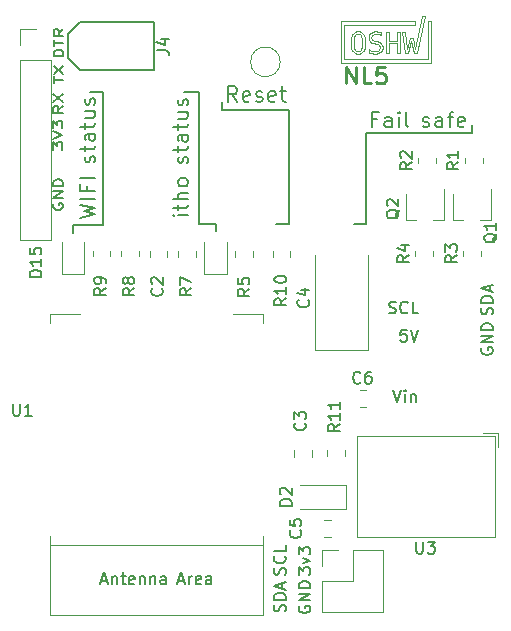
<source format=gto>
G04 #@! TF.GenerationSoftware,KiCad,Pcbnew,(7.0.0-0)*
G04 #@! TF.CreationDate,2023-06-06T22:54:07+02:00*
G04 #@! TF.ProjectId,ithowifi_4l_v21_tht,6974686f-7769-4666-995f-346c5f763231,rev?*
G04 #@! TF.SameCoordinates,Original*
G04 #@! TF.FileFunction,Legend,Top*
G04 #@! TF.FilePolarity,Positive*
%FSLAX46Y46*%
G04 Gerber Fmt 4.6, Leading zero omitted, Abs format (unit mm)*
G04 Created by KiCad (PCBNEW (7.0.0-0)) date 2023-06-06 22:54:07*
%MOMM*%
%LPD*%
G01*
G04 APERTURE LIST*
%ADD10C,0.200000*%
%ADD11C,0.125000*%
%ADD12C,0.150000*%
%ADD13C,0.219726*%
%ADD14C,0.120000*%
G04 APERTURE END LIST*
D10*
X99568000Y-111760000D02*
X99568000Y-122936000D01*
X99568000Y-111760000D02*
X98298000Y-111760000D01*
X99568000Y-122936000D02*
X100965000Y-122936000D01*
X100965000Y-123571000D02*
X100965000Y-122936000D01*
X113665000Y-122936000D02*
X112649000Y-122936000D01*
X113665000Y-122936000D02*
X113665000Y-115252500D01*
X122682000Y-115252500D02*
X122682000Y-114617500D01*
X113665000Y-115252500D02*
X122682000Y-115252500D01*
X106045000Y-122936000D02*
X107188000Y-122936000D01*
X101473000Y-113284000D02*
X101473000Y-112649000D01*
X101473000Y-113284000D02*
X107188000Y-113284000D01*
X107188000Y-122936000D02*
X107188000Y-113284000D01*
X88900000Y-123063000D02*
X91440000Y-123063000D01*
D11*
X116768896Y-106703121D02*
X116768896Y-106703121D01*
X117040946Y-108525770D02*
X116768896Y-106703121D01*
X117274296Y-108525770D02*
X117040946Y-108525770D01*
X117520896Y-107442870D02*
X117274296Y-108525770D01*
X117768496Y-108525770D02*
X117520896Y-107442870D01*
X118001795Y-108525770D02*
X117768496Y-108525770D01*
X118690546Y-105348970D02*
X118001795Y-108525770D01*
X118450196Y-105348970D02*
X118690546Y-105348970D01*
X117858846Y-108185070D02*
X118450196Y-105348970D01*
X117648846Y-107203620D02*
X117858846Y-108185070D01*
X117391446Y-107203620D02*
X117648846Y-107203620D01*
X117183946Y-108182620D02*
X117391446Y-107203620D01*
X117009246Y-106703121D02*
X117183946Y-108182620D01*
X116768896Y-106703121D02*
X117009246Y-106703121D01*
X115431795Y-106703121D02*
X115431795Y-106703121D01*
X115431795Y-108525770D02*
X115431795Y-106703121D01*
X115679746Y-108525770D02*
X115431795Y-108525770D01*
X115679746Y-107657720D02*
X115679746Y-108525770D01*
X116354646Y-107657720D02*
X115679746Y-107657720D01*
X116354646Y-108525770D02*
X116354646Y-107657720D01*
X116602596Y-108525770D02*
X116354646Y-108525770D01*
X116602596Y-106703121D02*
X116602596Y-108525770D01*
X116354646Y-106703121D02*
X116602596Y-106703121D01*
X116354646Y-107450220D02*
X116354646Y-106703121D01*
X115679746Y-107450220D02*
X116354646Y-107450220D01*
X115679746Y-106703121D02*
X115679746Y-107450220D01*
X115431795Y-106703121D02*
X115679746Y-106703121D01*
X114996431Y-106765820D02*
X114996431Y-106765520D01*
X114975001Y-106757670D02*
X114996431Y-106765820D01*
X114771546Y-106698820D02*
X114975001Y-106757670D01*
X114752281Y-106695020D02*
X114771546Y-106698820D01*
X114732756Y-106690921D02*
X114752281Y-106695020D01*
X114586541Y-106670570D02*
X114732756Y-106690921D01*
X114531476Y-106670570D02*
X114586541Y-106670570D01*
X114469896Y-106670570D02*
X114531476Y-106670570D01*
X114285976Y-106707220D02*
X114469896Y-106670570D01*
X114121861Y-106793470D02*
X114285976Y-106707220D01*
X114094466Y-106818170D02*
X114121861Y-106793470D01*
X114067066Y-106842570D02*
X114094466Y-106818170D01*
X113971580Y-106989070D02*
X114067066Y-106842570D01*
X113930885Y-107153720D02*
X113971580Y-106989070D01*
X113930885Y-107208770D02*
X113930885Y-107153720D01*
X113930885Y-107252470D02*
X113930885Y-107208770D01*
X113959376Y-107384020D02*
X113930885Y-107252470D01*
X114026376Y-107500670D02*
X113959376Y-107384020D01*
X114045636Y-107520220D02*
X114026376Y-107500670D01*
X114064626Y-107539470D02*
X114045636Y-107520220D01*
X114195101Y-107621370D02*
X114064626Y-107539470D01*
X114371971Y-107683770D02*
X114195101Y-107621370D01*
X114414291Y-107693270D02*
X114371971Y-107683770D01*
X114545851Y-107723920D02*
X114414291Y-107693270D01*
X114575151Y-107730420D02*
X114545851Y-107723920D01*
X114696136Y-107771121D02*
X114575151Y-107730420D01*
X114781851Y-107822670D02*
X114696136Y-107771121D01*
X114793791Y-107834870D02*
X114781851Y-107822670D01*
X114805726Y-107846820D02*
X114793791Y-107834870D01*
X114865681Y-107991370D02*
X114805726Y-107846820D01*
X114865681Y-108043720D02*
X114865681Y-107991370D01*
X114865681Y-108077120D02*
X114865681Y-108043720D01*
X114839636Y-108177220D02*
X114865681Y-108077120D01*
X114779146Y-108264020D02*
X114839636Y-108177220D01*
X114762056Y-108278120D02*
X114779146Y-108264020D01*
X114744691Y-108291970D02*
X114762056Y-108278120D01*
X114637541Y-108340220D02*
X114744691Y-108291970D01*
X114513026Y-108361120D02*
X114637541Y-108340220D01*
X114471526Y-108361120D02*
X114513026Y-108361120D01*
X114413471Y-108361120D02*
X114471526Y-108361120D01*
X114239591Y-108326420D02*
X114413471Y-108361120D01*
X114218706Y-108319620D02*
X114239591Y-108326420D01*
X114197816Y-108312571D02*
X114218706Y-108319620D01*
X113977275Y-108203771D02*
X114197816Y-108312571D01*
X113953951Y-108189120D02*
X113977275Y-108203771D01*
X113953951Y-108451470D02*
X113953951Y-108189120D01*
X113975651Y-108460420D02*
X113953951Y-108451470D01*
X114192116Y-108528770D02*
X113975651Y-108460420D01*
X114213816Y-108533370D02*
X114192116Y-108528770D01*
X114235251Y-108537970D02*
X114213816Y-108533370D01*
X114406966Y-108561320D02*
X114235251Y-108537970D01*
X114471526Y-108561320D02*
X114406966Y-108561320D01*
X114539066Y-108561320D02*
X114471526Y-108561320D01*
X114742521Y-108527121D02*
X114539066Y-108561320D01*
X114913421Y-108447370D02*
X114742521Y-108527121D01*
X114940276Y-108424620D02*
X114913421Y-108447370D01*
X114967131Y-108401820D02*
X114940276Y-108424620D01*
X115060991Y-108256970D02*
X114967131Y-108401820D01*
X115101411Y-108085220D02*
X115060991Y-108256970D01*
X115101411Y-108028020D02*
X115101411Y-108085220D01*
X115101411Y-107978371D02*
X115101411Y-108028020D01*
X115072111Y-107830270D02*
X115101411Y-107978371D01*
X115003751Y-107700070D02*
X115072111Y-107830270D01*
X114984221Y-107678870D02*
X115003751Y-107700070D01*
X114964686Y-107657470D02*
X114984221Y-107678870D01*
X114832041Y-107567670D02*
X114964686Y-107657470D01*
X114653276Y-107500670D02*
X114832041Y-107567670D01*
X114610686Y-107490920D02*
X114653276Y-107500670D01*
X114481291Y-107461620D02*
X114610686Y-107490920D01*
X114450911Y-107454270D02*
X114481291Y-107461620D01*
X114243385Y-107365870D02*
X114450911Y-107454270D01*
X114232271Y-107355270D02*
X114243385Y-107365870D01*
X114221146Y-107344670D02*
X114232271Y-107355270D01*
X114166346Y-107216920D02*
X114221146Y-107344670D01*
X114166346Y-107170820D02*
X114166346Y-107216920D01*
X114166346Y-107139870D02*
X114166346Y-107170820D01*
X114191576Y-107047120D02*
X114166346Y-107139870D01*
X114250716Y-106965720D02*
X114191576Y-107047120D01*
X114267806Y-106952421D02*
X114250716Y-106965720D01*
X114284626Y-106938620D02*
X114267806Y-106952421D01*
X114387431Y-106891120D02*
X114284626Y-106938620D01*
X114514386Y-106870520D02*
X114387431Y-106891120D01*
X114543681Y-106870520D02*
X114514386Y-106870520D01*
X114562671Y-106870520D02*
X114543681Y-106870520D01*
X114752011Y-106900920D02*
X114562671Y-106870520D01*
X114770736Y-106907120D02*
X114752011Y-106900920D01*
X114789451Y-106913120D02*
X114770736Y-106907120D01*
X114977706Y-107003720D02*
X114789451Y-106913120D01*
X114996431Y-107015920D02*
X114977706Y-107003720D01*
X114996431Y-106765520D02*
X114996431Y-107015920D01*
X113619201Y-107616221D02*
X113619201Y-107616221D01*
X113619201Y-107512070D02*
X113619201Y-107616221D01*
X113581225Y-107199570D02*
X113619201Y-107512070D01*
X113493061Y-106943470D02*
X113581225Y-107199570D01*
X113467841Y-106904420D02*
X113493061Y-106943470D01*
X113442611Y-106865370D02*
X113467841Y-106904420D01*
X113277951Y-106728620D02*
X113442611Y-106865370D01*
X113076125Y-106670020D02*
X113277951Y-106728620D01*
X113008851Y-106670020D02*
X113076125Y-106670020D01*
X112941576Y-106670020D02*
X113008851Y-106670020D01*
X112740296Y-106728620D02*
X112941576Y-106670020D01*
X112575096Y-106865370D02*
X112740296Y-106728620D01*
X112549866Y-106904420D02*
X112575096Y-106865370D01*
X112524636Y-106943470D02*
X112549866Y-106904420D01*
X112437021Y-107199570D02*
X112524636Y-106943470D01*
X112399581Y-107512070D02*
X112437021Y-107199570D01*
X112399581Y-107616221D02*
X112399581Y-107512070D01*
X112399581Y-107720370D02*
X112399581Y-107616221D01*
X112437021Y-108033170D02*
X112399581Y-107720370D01*
X112524636Y-108288671D02*
X112437021Y-108033170D01*
X112549866Y-108327770D02*
X112524636Y-108288671D01*
X112574826Y-108366570D02*
X112549866Y-108327770D01*
X112739486Y-108502470D02*
X112574826Y-108366570D01*
X112941306Y-108561070D02*
X112739486Y-108502470D01*
X113008851Y-108561070D02*
X112941306Y-108561070D01*
X113076125Y-108561070D02*
X113008851Y-108561070D01*
X113277951Y-108502470D02*
X113076125Y-108561070D01*
X113442611Y-108365720D02*
X113277951Y-108502470D01*
X113467841Y-108326670D02*
X113442611Y-108365720D01*
X113493061Y-108287620D02*
X113467841Y-108326670D01*
X113581225Y-108031820D02*
X113493061Y-108287620D01*
X113619201Y-107720120D02*
X113581225Y-108031820D01*
X113619201Y-107616221D02*
X113619201Y-107720120D01*
X113361501Y-107616221D02*
X113361501Y-107616221D01*
X113361501Y-107702220D02*
X113361501Y-107616221D01*
X113340611Y-107960470D02*
X113361501Y-107702220D01*
X113292326Y-108161220D02*
X113340611Y-107960470D01*
X113278491Y-108189970D02*
X113292326Y-108161220D01*
X113264656Y-108218420D02*
X113278491Y-108189970D01*
X113169986Y-108317970D02*
X113264656Y-108218420D01*
X113049001Y-108360871D02*
X113169986Y-108317970D01*
X113008851Y-108360871D02*
X113049001Y-108360871D01*
X112968431Y-108360871D02*
X113008851Y-108360871D01*
X112847721Y-108317720D02*
X112968431Y-108360871D01*
X112752775Y-108217070D02*
X112847721Y-108317720D01*
X112738941Y-108188620D02*
X112752775Y-108217070D01*
X112725101Y-108159870D02*
X112738941Y-108188620D01*
X112677631Y-107959370D02*
X112725101Y-108159870D01*
X112657291Y-107701971D02*
X112677631Y-107959370D01*
X112657291Y-107616221D02*
X112657291Y-107701971D01*
X112657291Y-107529970D02*
X112657291Y-107616221D01*
X112677631Y-107271970D02*
X112657291Y-107529970D01*
X112725101Y-107070970D02*
X112677631Y-107271970D01*
X112738941Y-107042470D02*
X112725101Y-107070970D01*
X112752775Y-107013720D02*
X112738941Y-107042470D01*
X112847721Y-106913120D02*
X112752775Y-107013720D01*
X111558386Y-105805820D02*
X111558386Y-109350710D01*
X119243946Y-105805820D02*
X118937946Y-105805820D01*
X119243946Y-109350710D02*
X119243946Y-105805820D01*
X112968431Y-106870221D02*
X112847721Y-106913120D01*
X113008851Y-106870221D02*
X112968431Y-106870221D01*
X113049001Y-106870221D02*
X113008851Y-106870221D01*
X113169986Y-106913120D02*
X113049001Y-106870221D01*
X113264656Y-107013720D02*
X113169986Y-106913120D01*
X113278491Y-107042470D02*
X113264656Y-107013720D01*
X111870886Y-106118320D02*
X117878096Y-106118320D01*
X111870886Y-109038210D02*
X111870886Y-106118320D01*
X111558386Y-109350710D02*
X119243946Y-109350710D01*
X118931446Y-109038210D02*
X111870886Y-109038210D01*
X118937946Y-105805820D02*
X118931446Y-109038210D01*
X117878096Y-105805820D02*
X111558386Y-105805820D01*
X117878096Y-106118320D02*
X117878096Y-105805820D01*
X113292326Y-107070970D02*
X113278491Y-107042470D01*
X113340611Y-107271970D02*
X113292326Y-107070970D01*
X113361501Y-107529970D02*
X113340611Y-107271970D01*
X113361501Y-107616221D02*
X113361501Y-107529970D01*
X111558386Y-105805820D02*
X111558386Y-105805820D01*
D10*
X90360500Y-111760000D02*
X91440000Y-111760000D01*
X88900000Y-123698000D02*
X88900000Y-123063000D01*
X91440000Y-111760000D02*
X91440000Y-123063000D01*
D12*
X115649524Y-130494761D02*
X115792381Y-130542380D01*
X115792381Y-130542380D02*
X116030476Y-130542380D01*
X116030476Y-130542380D02*
X116125714Y-130494761D01*
X116125714Y-130494761D02*
X116173333Y-130447142D01*
X116173333Y-130447142D02*
X116220952Y-130351904D01*
X116220952Y-130351904D02*
X116220952Y-130256666D01*
X116220952Y-130256666D02*
X116173333Y-130161428D01*
X116173333Y-130161428D02*
X116125714Y-130113809D01*
X116125714Y-130113809D02*
X116030476Y-130066190D01*
X116030476Y-130066190D02*
X115840000Y-130018571D01*
X115840000Y-130018571D02*
X115744762Y-129970952D01*
X115744762Y-129970952D02*
X115697143Y-129923333D01*
X115697143Y-129923333D02*
X115649524Y-129828095D01*
X115649524Y-129828095D02*
X115649524Y-129732857D01*
X115649524Y-129732857D02*
X115697143Y-129637619D01*
X115697143Y-129637619D02*
X115744762Y-129590000D01*
X115744762Y-129590000D02*
X115840000Y-129542380D01*
X115840000Y-129542380D02*
X116078095Y-129542380D01*
X116078095Y-129542380D02*
X116220952Y-129590000D01*
X117220952Y-130447142D02*
X117173333Y-130494761D01*
X117173333Y-130494761D02*
X117030476Y-130542380D01*
X117030476Y-130542380D02*
X116935238Y-130542380D01*
X116935238Y-130542380D02*
X116792381Y-130494761D01*
X116792381Y-130494761D02*
X116697143Y-130399523D01*
X116697143Y-130399523D02*
X116649524Y-130304285D01*
X116649524Y-130304285D02*
X116601905Y-130113809D01*
X116601905Y-130113809D02*
X116601905Y-129970952D01*
X116601905Y-129970952D02*
X116649524Y-129780476D01*
X116649524Y-129780476D02*
X116697143Y-129685238D01*
X116697143Y-129685238D02*
X116792381Y-129590000D01*
X116792381Y-129590000D02*
X116935238Y-129542380D01*
X116935238Y-129542380D02*
X117030476Y-129542380D01*
X117030476Y-129542380D02*
X117173333Y-129590000D01*
X117173333Y-129590000D02*
X117220952Y-129637619D01*
X118125714Y-130542380D02*
X117649524Y-130542380D01*
X117649524Y-130542380D02*
X117649524Y-129542380D01*
X87250904Y-111048704D02*
X87250904Y-110477276D01*
X88050904Y-110762990D02*
X87250904Y-110762990D01*
X87250904Y-110239180D02*
X88050904Y-109572514D01*
X87250904Y-109572514D02*
X88050904Y-110239180D01*
X87200104Y-116681094D02*
X87200104Y-116062047D01*
X87200104Y-116062047D02*
X87504866Y-116395380D01*
X87504866Y-116395380D02*
X87504866Y-116252523D01*
X87504866Y-116252523D02*
X87542961Y-116157285D01*
X87542961Y-116157285D02*
X87581057Y-116109666D01*
X87581057Y-116109666D02*
X87657247Y-116062047D01*
X87657247Y-116062047D02*
X87847723Y-116062047D01*
X87847723Y-116062047D02*
X87923914Y-116109666D01*
X87923914Y-116109666D02*
X87962009Y-116157285D01*
X87962009Y-116157285D02*
X88000104Y-116252523D01*
X88000104Y-116252523D02*
X88000104Y-116538237D01*
X88000104Y-116538237D02*
X87962009Y-116633475D01*
X87962009Y-116633475D02*
X87923914Y-116681094D01*
X87200104Y-115776332D02*
X88000104Y-115442999D01*
X88000104Y-115442999D02*
X87200104Y-115109666D01*
X87200104Y-114871570D02*
X87200104Y-114252523D01*
X87200104Y-114252523D02*
X87504866Y-114585856D01*
X87504866Y-114585856D02*
X87504866Y-114442999D01*
X87504866Y-114442999D02*
X87542961Y-114347761D01*
X87542961Y-114347761D02*
X87581057Y-114300142D01*
X87581057Y-114300142D02*
X87657247Y-114252523D01*
X87657247Y-114252523D02*
X87847723Y-114252523D01*
X87847723Y-114252523D02*
X87923914Y-114300142D01*
X87923914Y-114300142D02*
X87962009Y-114347761D01*
X87962009Y-114347761D02*
X88000104Y-114442999D01*
X88000104Y-114442999D02*
X88000104Y-114728713D01*
X88000104Y-114728713D02*
X87962009Y-114823951D01*
X87962009Y-114823951D02*
X87923914Y-114871570D01*
X87263600Y-121259504D02*
X87225504Y-121354742D01*
X87225504Y-121354742D02*
X87225504Y-121497599D01*
X87225504Y-121497599D02*
X87263600Y-121640456D01*
X87263600Y-121640456D02*
X87339790Y-121735694D01*
X87339790Y-121735694D02*
X87415980Y-121783313D01*
X87415980Y-121783313D02*
X87568361Y-121830932D01*
X87568361Y-121830932D02*
X87682647Y-121830932D01*
X87682647Y-121830932D02*
X87835028Y-121783313D01*
X87835028Y-121783313D02*
X87911219Y-121735694D01*
X87911219Y-121735694D02*
X87987409Y-121640456D01*
X87987409Y-121640456D02*
X88025504Y-121497599D01*
X88025504Y-121497599D02*
X88025504Y-121402361D01*
X88025504Y-121402361D02*
X87987409Y-121259504D01*
X87987409Y-121259504D02*
X87949314Y-121211885D01*
X87949314Y-121211885D02*
X87682647Y-121211885D01*
X87682647Y-121211885D02*
X87682647Y-121402361D01*
X88025504Y-120783313D02*
X87225504Y-120783313D01*
X87225504Y-120783313D02*
X88025504Y-120211885D01*
X88025504Y-120211885D02*
X87225504Y-120211885D01*
X88025504Y-119735694D02*
X87225504Y-119735694D01*
X87225504Y-119735694D02*
X87225504Y-119497599D01*
X87225504Y-119497599D02*
X87263600Y-119354742D01*
X87263600Y-119354742D02*
X87339790Y-119259504D01*
X87339790Y-119259504D02*
X87415980Y-119211885D01*
X87415980Y-119211885D02*
X87568361Y-119164266D01*
X87568361Y-119164266D02*
X87682647Y-119164266D01*
X87682647Y-119164266D02*
X87835028Y-119211885D01*
X87835028Y-119211885D02*
X87911219Y-119259504D01*
X87911219Y-119259504D02*
X87987409Y-119354742D01*
X87987409Y-119354742D02*
X88025504Y-119497599D01*
X88025504Y-119497599D02*
X88025504Y-119735694D01*
X88025504Y-112968066D02*
X87644552Y-113301399D01*
X88025504Y-113539494D02*
X87225504Y-113539494D01*
X87225504Y-113539494D02*
X87225504Y-113158542D01*
X87225504Y-113158542D02*
X87263600Y-113063304D01*
X87263600Y-113063304D02*
X87301695Y-113015685D01*
X87301695Y-113015685D02*
X87377885Y-112968066D01*
X87377885Y-112968066D02*
X87492171Y-112968066D01*
X87492171Y-112968066D02*
X87568361Y-113015685D01*
X87568361Y-113015685D02*
X87606457Y-113063304D01*
X87606457Y-113063304D02*
X87644552Y-113158542D01*
X87644552Y-113158542D02*
X87644552Y-113539494D01*
X87225504Y-112634732D02*
X88025504Y-111968066D01*
X87225504Y-111968066D02*
X88025504Y-112634732D01*
X106851761Y-152658475D02*
X106899380Y-152515618D01*
X106899380Y-152515618D02*
X106899380Y-152277523D01*
X106899380Y-152277523D02*
X106851761Y-152182285D01*
X106851761Y-152182285D02*
X106804142Y-152134666D01*
X106804142Y-152134666D02*
X106708904Y-152087047D01*
X106708904Y-152087047D02*
X106613666Y-152087047D01*
X106613666Y-152087047D02*
X106518428Y-152134666D01*
X106518428Y-152134666D02*
X106470809Y-152182285D01*
X106470809Y-152182285D02*
X106423190Y-152277523D01*
X106423190Y-152277523D02*
X106375571Y-152467999D01*
X106375571Y-152467999D02*
X106327952Y-152563237D01*
X106327952Y-152563237D02*
X106280333Y-152610856D01*
X106280333Y-152610856D02*
X106185095Y-152658475D01*
X106185095Y-152658475D02*
X106089857Y-152658475D01*
X106089857Y-152658475D02*
X105994619Y-152610856D01*
X105994619Y-152610856D02*
X105947000Y-152563237D01*
X105947000Y-152563237D02*
X105899380Y-152467999D01*
X105899380Y-152467999D02*
X105899380Y-152229904D01*
X105899380Y-152229904D02*
X105947000Y-152087047D01*
X106804142Y-151087047D02*
X106851761Y-151134666D01*
X106851761Y-151134666D02*
X106899380Y-151277523D01*
X106899380Y-151277523D02*
X106899380Y-151372761D01*
X106899380Y-151372761D02*
X106851761Y-151515618D01*
X106851761Y-151515618D02*
X106756523Y-151610856D01*
X106756523Y-151610856D02*
X106661285Y-151658475D01*
X106661285Y-151658475D02*
X106470809Y-151706094D01*
X106470809Y-151706094D02*
X106327952Y-151706094D01*
X106327952Y-151706094D02*
X106137476Y-151658475D01*
X106137476Y-151658475D02*
X106042238Y-151610856D01*
X106042238Y-151610856D02*
X105947000Y-151515618D01*
X105947000Y-151515618D02*
X105899380Y-151372761D01*
X105899380Y-151372761D02*
X105899380Y-151277523D01*
X105899380Y-151277523D02*
X105947000Y-151134666D01*
X105947000Y-151134666D02*
X105994619Y-151087047D01*
X106899380Y-150182285D02*
X106899380Y-150658475D01*
X106899380Y-150658475D02*
X105899380Y-150658475D01*
X106851761Y-155782285D02*
X106899380Y-155639428D01*
X106899380Y-155639428D02*
X106899380Y-155401333D01*
X106899380Y-155401333D02*
X106851761Y-155306095D01*
X106851761Y-155306095D02*
X106804142Y-155258476D01*
X106804142Y-155258476D02*
X106708904Y-155210857D01*
X106708904Y-155210857D02*
X106613666Y-155210857D01*
X106613666Y-155210857D02*
X106518428Y-155258476D01*
X106518428Y-155258476D02*
X106470809Y-155306095D01*
X106470809Y-155306095D02*
X106423190Y-155401333D01*
X106423190Y-155401333D02*
X106375571Y-155591809D01*
X106375571Y-155591809D02*
X106327952Y-155687047D01*
X106327952Y-155687047D02*
X106280333Y-155734666D01*
X106280333Y-155734666D02*
X106185095Y-155782285D01*
X106185095Y-155782285D02*
X106089857Y-155782285D01*
X106089857Y-155782285D02*
X105994619Y-155734666D01*
X105994619Y-155734666D02*
X105947000Y-155687047D01*
X105947000Y-155687047D02*
X105899380Y-155591809D01*
X105899380Y-155591809D02*
X105899380Y-155353714D01*
X105899380Y-155353714D02*
X105947000Y-155210857D01*
X106899380Y-154782285D02*
X105899380Y-154782285D01*
X105899380Y-154782285D02*
X105899380Y-154544190D01*
X105899380Y-154544190D02*
X105947000Y-154401333D01*
X105947000Y-154401333D02*
X106042238Y-154306095D01*
X106042238Y-154306095D02*
X106137476Y-154258476D01*
X106137476Y-154258476D02*
X106327952Y-154210857D01*
X106327952Y-154210857D02*
X106470809Y-154210857D01*
X106470809Y-154210857D02*
X106661285Y-154258476D01*
X106661285Y-154258476D02*
X106756523Y-154306095D01*
X106756523Y-154306095D02*
X106851761Y-154401333D01*
X106851761Y-154401333D02*
X106899380Y-154544190D01*
X106899380Y-154544190D02*
X106899380Y-154782285D01*
X106613666Y-153829904D02*
X106613666Y-153353714D01*
X106899380Y-153925142D02*
X105899380Y-153591809D01*
X105899380Y-153591809D02*
X106899380Y-153258476D01*
X108047000Y-155329904D02*
X107999380Y-155425142D01*
X107999380Y-155425142D02*
X107999380Y-155567999D01*
X107999380Y-155567999D02*
X108047000Y-155710856D01*
X108047000Y-155710856D02*
X108142238Y-155806094D01*
X108142238Y-155806094D02*
X108237476Y-155853713D01*
X108237476Y-155853713D02*
X108427952Y-155901332D01*
X108427952Y-155901332D02*
X108570809Y-155901332D01*
X108570809Y-155901332D02*
X108761285Y-155853713D01*
X108761285Y-155853713D02*
X108856523Y-155806094D01*
X108856523Y-155806094D02*
X108951761Y-155710856D01*
X108951761Y-155710856D02*
X108999380Y-155567999D01*
X108999380Y-155567999D02*
X108999380Y-155472761D01*
X108999380Y-155472761D02*
X108951761Y-155329904D01*
X108951761Y-155329904D02*
X108904142Y-155282285D01*
X108904142Y-155282285D02*
X108570809Y-155282285D01*
X108570809Y-155282285D02*
X108570809Y-155472761D01*
X108999380Y-154853713D02*
X107999380Y-154853713D01*
X107999380Y-154853713D02*
X108999380Y-154282285D01*
X108999380Y-154282285D02*
X107999380Y-154282285D01*
X108999380Y-153806094D02*
X107999380Y-153806094D01*
X107999380Y-153806094D02*
X107999380Y-153567999D01*
X107999380Y-153567999D02*
X108047000Y-153425142D01*
X108047000Y-153425142D02*
X108142238Y-153329904D01*
X108142238Y-153329904D02*
X108237476Y-153282285D01*
X108237476Y-153282285D02*
X108427952Y-153234666D01*
X108427952Y-153234666D02*
X108570809Y-153234666D01*
X108570809Y-153234666D02*
X108761285Y-153282285D01*
X108761285Y-153282285D02*
X108856523Y-153329904D01*
X108856523Y-153329904D02*
X108951761Y-153425142D01*
X108951761Y-153425142D02*
X108999380Y-153567999D01*
X108999380Y-153567999D02*
X108999380Y-153806094D01*
X107999380Y-152658475D02*
X107999380Y-152039428D01*
X107999380Y-152039428D02*
X108380333Y-152372761D01*
X108380333Y-152372761D02*
X108380333Y-152229904D01*
X108380333Y-152229904D02*
X108427952Y-152134666D01*
X108427952Y-152134666D02*
X108475571Y-152087047D01*
X108475571Y-152087047D02*
X108570809Y-152039428D01*
X108570809Y-152039428D02*
X108808904Y-152039428D01*
X108808904Y-152039428D02*
X108904142Y-152087047D01*
X108904142Y-152087047D02*
X108951761Y-152134666D01*
X108951761Y-152134666D02*
X108999380Y-152229904D01*
X108999380Y-152229904D02*
X108999380Y-152515618D01*
X108999380Y-152515618D02*
X108951761Y-152610856D01*
X108951761Y-152610856D02*
X108904142Y-152658475D01*
X108332714Y-151706094D02*
X108999380Y-151467999D01*
X108999380Y-151467999D02*
X108332714Y-151229904D01*
X107999380Y-150944189D02*
X107999380Y-150325142D01*
X107999380Y-150325142D02*
X108380333Y-150658475D01*
X108380333Y-150658475D02*
X108380333Y-150515618D01*
X108380333Y-150515618D02*
X108427952Y-150420380D01*
X108427952Y-150420380D02*
X108475571Y-150372761D01*
X108475571Y-150372761D02*
X108570809Y-150325142D01*
X108570809Y-150325142D02*
X108808904Y-150325142D01*
X108808904Y-150325142D02*
X108904142Y-150372761D01*
X108904142Y-150372761D02*
X108951761Y-150420380D01*
X108951761Y-150420380D02*
X108999380Y-150515618D01*
X108999380Y-150515618D02*
X108999380Y-150801332D01*
X108999380Y-150801332D02*
X108951761Y-150896570D01*
X108951761Y-150896570D02*
X108904142Y-150944189D01*
X117141523Y-131935380D02*
X116665333Y-131935380D01*
X116665333Y-131935380D02*
X116617714Y-132411571D01*
X116617714Y-132411571D02*
X116665333Y-132363952D01*
X116665333Y-132363952D02*
X116760571Y-132316333D01*
X116760571Y-132316333D02*
X116998666Y-132316333D01*
X116998666Y-132316333D02*
X117093904Y-132363952D01*
X117093904Y-132363952D02*
X117141523Y-132411571D01*
X117141523Y-132411571D02*
X117189142Y-132506809D01*
X117189142Y-132506809D02*
X117189142Y-132744904D01*
X117189142Y-132744904D02*
X117141523Y-132840142D01*
X117141523Y-132840142D02*
X117093904Y-132887761D01*
X117093904Y-132887761D02*
X116998666Y-132935380D01*
X116998666Y-132935380D02*
X116760571Y-132935380D01*
X116760571Y-132935380D02*
X116665333Y-132887761D01*
X116665333Y-132887761D02*
X116617714Y-132840142D01*
X117474857Y-131935380D02*
X117808190Y-132935380D01*
X117808190Y-132935380D02*
X118141523Y-131935380D01*
X86219380Y-127452285D02*
X85219380Y-127452285D01*
X85219380Y-127452285D02*
X85219380Y-127214190D01*
X85219380Y-127214190D02*
X85267000Y-127071333D01*
X85267000Y-127071333D02*
X85362238Y-126976095D01*
X85362238Y-126976095D02*
X85457476Y-126928476D01*
X85457476Y-126928476D02*
X85647952Y-126880857D01*
X85647952Y-126880857D02*
X85790809Y-126880857D01*
X85790809Y-126880857D02*
X85981285Y-126928476D01*
X85981285Y-126928476D02*
X86076523Y-126976095D01*
X86076523Y-126976095D02*
X86171761Y-127071333D01*
X86171761Y-127071333D02*
X86219380Y-127214190D01*
X86219380Y-127214190D02*
X86219380Y-127452285D01*
X86219380Y-125928476D02*
X86219380Y-126499904D01*
X86219380Y-126214190D02*
X85219380Y-126214190D01*
X85219380Y-126214190D02*
X85362238Y-126309428D01*
X85362238Y-126309428D02*
X85457476Y-126404666D01*
X85457476Y-126404666D02*
X85505095Y-126499904D01*
X85219380Y-125023714D02*
X85219380Y-125499904D01*
X85219380Y-125499904D02*
X85695571Y-125547523D01*
X85695571Y-125547523D02*
X85647952Y-125499904D01*
X85647952Y-125499904D02*
X85600333Y-125404666D01*
X85600333Y-125404666D02*
X85600333Y-125166571D01*
X85600333Y-125166571D02*
X85647952Y-125071333D01*
X85647952Y-125071333D02*
X85695571Y-125023714D01*
X85695571Y-125023714D02*
X85790809Y-124976095D01*
X85790809Y-124976095D02*
X86028904Y-124976095D01*
X86028904Y-124976095D02*
X86124142Y-125023714D01*
X86124142Y-125023714D02*
X86171761Y-125071333D01*
X86171761Y-125071333D02*
X86219380Y-125166571D01*
X86219380Y-125166571D02*
X86219380Y-125404666D01*
X86219380Y-125404666D02*
X86171761Y-125499904D01*
X86171761Y-125499904D02*
X86124142Y-125547523D01*
D13*
X112029833Y-111074333D02*
X112029833Y-109674333D01*
X112029833Y-109674333D02*
X112829833Y-111074333D01*
X112829833Y-111074333D02*
X112829833Y-109674333D01*
X114163167Y-111074333D02*
X113496500Y-111074333D01*
X113496500Y-111074333D02*
X113496500Y-109674333D01*
X115296500Y-109674333D02*
X114629833Y-109674333D01*
X114629833Y-109674333D02*
X114563166Y-110341000D01*
X114563166Y-110341000D02*
X114629833Y-110274333D01*
X114629833Y-110274333D02*
X114763166Y-110207666D01*
X114763166Y-110207666D02*
X115096500Y-110207666D01*
X115096500Y-110207666D02*
X115229833Y-110274333D01*
X115229833Y-110274333D02*
X115296500Y-110341000D01*
X115296500Y-110341000D02*
X115363166Y-110474333D01*
X115363166Y-110474333D02*
X115363166Y-110807666D01*
X115363166Y-110807666D02*
X115296500Y-110941000D01*
X115296500Y-110941000D02*
X115229833Y-111007666D01*
X115229833Y-111007666D02*
X115096500Y-111074333D01*
X115096500Y-111074333D02*
X114763166Y-111074333D01*
X114763166Y-111074333D02*
X114629833Y-111007666D01*
X114629833Y-111007666D02*
X114563166Y-110941000D01*
D12*
X116008191Y-137035380D02*
X116341524Y-138035380D01*
X116341524Y-138035380D02*
X116674857Y-137035380D01*
X117008191Y-138035380D02*
X117008191Y-137368714D01*
X117008191Y-137035380D02*
X116960572Y-137083000D01*
X116960572Y-137083000D02*
X117008191Y-137130619D01*
X117008191Y-137130619D02*
X117055810Y-137083000D01*
X117055810Y-137083000D02*
X117008191Y-137035380D01*
X117008191Y-137035380D02*
X117008191Y-137130619D01*
X117484381Y-137368714D02*
X117484381Y-138035380D01*
X117484381Y-137463952D02*
X117532000Y-137416333D01*
X117532000Y-137416333D02*
X117627238Y-137368714D01*
X117627238Y-137368714D02*
X117770095Y-137368714D01*
X117770095Y-137368714D02*
X117865333Y-137416333D01*
X117865333Y-137416333D02*
X117912952Y-137511571D01*
X117912952Y-137511571D02*
X117912952Y-138035380D01*
X123494000Y-133476904D02*
X123446380Y-133572142D01*
X123446380Y-133572142D02*
X123446380Y-133714999D01*
X123446380Y-133714999D02*
X123494000Y-133857856D01*
X123494000Y-133857856D02*
X123589238Y-133953094D01*
X123589238Y-133953094D02*
X123684476Y-134000713D01*
X123684476Y-134000713D02*
X123874952Y-134048332D01*
X123874952Y-134048332D02*
X124017809Y-134048332D01*
X124017809Y-134048332D02*
X124208285Y-134000713D01*
X124208285Y-134000713D02*
X124303523Y-133953094D01*
X124303523Y-133953094D02*
X124398761Y-133857856D01*
X124398761Y-133857856D02*
X124446380Y-133714999D01*
X124446380Y-133714999D02*
X124446380Y-133619761D01*
X124446380Y-133619761D02*
X124398761Y-133476904D01*
X124398761Y-133476904D02*
X124351142Y-133429285D01*
X124351142Y-133429285D02*
X124017809Y-133429285D01*
X124017809Y-133429285D02*
X124017809Y-133619761D01*
X124446380Y-133000713D02*
X123446380Y-133000713D01*
X123446380Y-133000713D02*
X124446380Y-132429285D01*
X124446380Y-132429285D02*
X123446380Y-132429285D01*
X124446380Y-131953094D02*
X123446380Y-131953094D01*
X123446380Y-131953094D02*
X123446380Y-131714999D01*
X123446380Y-131714999D02*
X123494000Y-131572142D01*
X123494000Y-131572142D02*
X123589238Y-131476904D01*
X123589238Y-131476904D02*
X123684476Y-131429285D01*
X123684476Y-131429285D02*
X123874952Y-131381666D01*
X123874952Y-131381666D02*
X124017809Y-131381666D01*
X124017809Y-131381666D02*
X124208285Y-131429285D01*
X124208285Y-131429285D02*
X124303523Y-131476904D01*
X124303523Y-131476904D02*
X124398761Y-131572142D01*
X124398761Y-131572142D02*
X124446380Y-131714999D01*
X124446380Y-131714999D02*
X124446380Y-131953094D01*
X124398761Y-130627285D02*
X124446380Y-130484428D01*
X124446380Y-130484428D02*
X124446380Y-130246333D01*
X124446380Y-130246333D02*
X124398761Y-130151095D01*
X124398761Y-130151095D02*
X124351142Y-130103476D01*
X124351142Y-130103476D02*
X124255904Y-130055857D01*
X124255904Y-130055857D02*
X124160666Y-130055857D01*
X124160666Y-130055857D02*
X124065428Y-130103476D01*
X124065428Y-130103476D02*
X124017809Y-130151095D01*
X124017809Y-130151095D02*
X123970190Y-130246333D01*
X123970190Y-130246333D02*
X123922571Y-130436809D01*
X123922571Y-130436809D02*
X123874952Y-130532047D01*
X123874952Y-130532047D02*
X123827333Y-130579666D01*
X123827333Y-130579666D02*
X123732095Y-130627285D01*
X123732095Y-130627285D02*
X123636857Y-130627285D01*
X123636857Y-130627285D02*
X123541619Y-130579666D01*
X123541619Y-130579666D02*
X123494000Y-130532047D01*
X123494000Y-130532047D02*
X123446380Y-130436809D01*
X123446380Y-130436809D02*
X123446380Y-130198714D01*
X123446380Y-130198714D02*
X123494000Y-130055857D01*
X124446380Y-129627285D02*
X123446380Y-129627285D01*
X123446380Y-129627285D02*
X123446380Y-129389190D01*
X123446380Y-129389190D02*
X123494000Y-129246333D01*
X123494000Y-129246333D02*
X123589238Y-129151095D01*
X123589238Y-129151095D02*
X123684476Y-129103476D01*
X123684476Y-129103476D02*
X123874952Y-129055857D01*
X123874952Y-129055857D02*
X124017809Y-129055857D01*
X124017809Y-129055857D02*
X124208285Y-129103476D01*
X124208285Y-129103476D02*
X124303523Y-129151095D01*
X124303523Y-129151095D02*
X124398761Y-129246333D01*
X124398761Y-129246333D02*
X124446380Y-129389190D01*
X124446380Y-129389190D02*
X124446380Y-129627285D01*
X124160666Y-128674904D02*
X124160666Y-128198714D01*
X124446380Y-128770142D02*
X123446380Y-128436809D01*
X123446380Y-128436809D02*
X124446380Y-128103476D01*
X88076304Y-108788056D02*
X87276304Y-108788056D01*
X87276304Y-108788056D02*
X87276304Y-108549961D01*
X87276304Y-108549961D02*
X87314400Y-108407104D01*
X87314400Y-108407104D02*
X87390590Y-108311866D01*
X87390590Y-108311866D02*
X87466780Y-108264247D01*
X87466780Y-108264247D02*
X87619161Y-108216628D01*
X87619161Y-108216628D02*
X87733447Y-108216628D01*
X87733447Y-108216628D02*
X87885828Y-108264247D01*
X87885828Y-108264247D02*
X87962019Y-108311866D01*
X87962019Y-108311866D02*
X88038209Y-108407104D01*
X88038209Y-108407104D02*
X88076304Y-108549961D01*
X88076304Y-108549961D02*
X88076304Y-108788056D01*
X87276304Y-107930913D02*
X87276304Y-107359485D01*
X88076304Y-107645199D02*
X87276304Y-107645199D01*
X88076304Y-106454723D02*
X87695352Y-106788056D01*
X88076304Y-107026151D02*
X87276304Y-107026151D01*
X87276304Y-107026151D02*
X87276304Y-106645199D01*
X87276304Y-106645199D02*
X87314400Y-106549961D01*
X87314400Y-106549961D02*
X87352495Y-106502342D01*
X87352495Y-106502342D02*
X87428685Y-106454723D01*
X87428685Y-106454723D02*
X87542971Y-106454723D01*
X87542971Y-106454723D02*
X87619161Y-106502342D01*
X87619161Y-106502342D02*
X87657257Y-106549961D01*
X87657257Y-106549961D02*
X87695352Y-106645199D01*
X87695352Y-106645199D02*
X87695352Y-107026151D01*
X108804142Y-129397166D02*
X108851761Y-129444785D01*
X108851761Y-129444785D02*
X108899380Y-129587642D01*
X108899380Y-129587642D02*
X108899380Y-129682880D01*
X108899380Y-129682880D02*
X108851761Y-129825737D01*
X108851761Y-129825737D02*
X108756523Y-129920975D01*
X108756523Y-129920975D02*
X108661285Y-129968594D01*
X108661285Y-129968594D02*
X108470809Y-130016213D01*
X108470809Y-130016213D02*
X108327952Y-130016213D01*
X108327952Y-130016213D02*
X108137476Y-129968594D01*
X108137476Y-129968594D02*
X108042238Y-129920975D01*
X108042238Y-129920975D02*
X107947000Y-129825737D01*
X107947000Y-129825737D02*
X107899380Y-129682880D01*
X107899380Y-129682880D02*
X107899380Y-129587642D01*
X107899380Y-129587642D02*
X107947000Y-129444785D01*
X107947000Y-129444785D02*
X107994619Y-129397166D01*
X108232714Y-128540023D02*
X108899380Y-128540023D01*
X107851761Y-128778118D02*
X108566047Y-129016213D01*
X108566047Y-129016213D02*
X108566047Y-128397166D01*
X117957695Y-149878580D02*
X117957695Y-150688104D01*
X117957695Y-150688104D02*
X118005314Y-150783342D01*
X118005314Y-150783342D02*
X118052933Y-150830961D01*
X118052933Y-150830961D02*
X118148171Y-150878580D01*
X118148171Y-150878580D02*
X118338647Y-150878580D01*
X118338647Y-150878580D02*
X118433885Y-150830961D01*
X118433885Y-150830961D02*
X118481504Y-150783342D01*
X118481504Y-150783342D02*
X118529123Y-150688104D01*
X118529123Y-150688104D02*
X118529123Y-149878580D01*
X118910076Y-149878580D02*
X119529123Y-149878580D01*
X119529123Y-149878580D02*
X119195790Y-150259533D01*
X119195790Y-150259533D02*
X119338647Y-150259533D01*
X119338647Y-150259533D02*
X119433885Y-150307152D01*
X119433885Y-150307152D02*
X119481504Y-150354771D01*
X119481504Y-150354771D02*
X119529123Y-150450009D01*
X119529123Y-150450009D02*
X119529123Y-150688104D01*
X119529123Y-150688104D02*
X119481504Y-150783342D01*
X119481504Y-150783342D02*
X119433885Y-150830961D01*
X119433885Y-150830961D02*
X119338647Y-150878580D01*
X119338647Y-150878580D02*
X119052933Y-150878580D01*
X119052933Y-150878580D02*
X118957695Y-150830961D01*
X118957695Y-150830961D02*
X118910076Y-150783342D01*
X116540619Y-121761238D02*
X116493000Y-121856476D01*
X116493000Y-121856476D02*
X116397761Y-121951714D01*
X116397761Y-121951714D02*
X116254904Y-122094571D01*
X116254904Y-122094571D02*
X116207285Y-122189809D01*
X116207285Y-122189809D02*
X116207285Y-122285047D01*
X116445380Y-122237428D02*
X116397761Y-122332666D01*
X116397761Y-122332666D02*
X116302523Y-122427904D01*
X116302523Y-122427904D02*
X116112047Y-122475523D01*
X116112047Y-122475523D02*
X115778714Y-122475523D01*
X115778714Y-122475523D02*
X115588238Y-122427904D01*
X115588238Y-122427904D02*
X115493000Y-122332666D01*
X115493000Y-122332666D02*
X115445380Y-122237428D01*
X115445380Y-122237428D02*
X115445380Y-122046952D01*
X115445380Y-122046952D02*
X115493000Y-121951714D01*
X115493000Y-121951714D02*
X115588238Y-121856476D01*
X115588238Y-121856476D02*
X115778714Y-121808857D01*
X115778714Y-121808857D02*
X116112047Y-121808857D01*
X116112047Y-121808857D02*
X116302523Y-121856476D01*
X116302523Y-121856476D02*
X116397761Y-121951714D01*
X116397761Y-121951714D02*
X116445380Y-122046952D01*
X116445380Y-122046952D02*
X116445380Y-122237428D01*
X115540619Y-121427904D02*
X115493000Y-121380285D01*
X115493000Y-121380285D02*
X115445380Y-121285047D01*
X115445380Y-121285047D02*
X115445380Y-121046952D01*
X115445380Y-121046952D02*
X115493000Y-120951714D01*
X115493000Y-120951714D02*
X115540619Y-120904095D01*
X115540619Y-120904095D02*
X115635857Y-120856476D01*
X115635857Y-120856476D02*
X115731095Y-120856476D01*
X115731095Y-120856476D02*
X115873952Y-120904095D01*
X115873952Y-120904095D02*
X116445380Y-121475523D01*
X116445380Y-121475523D02*
X116445380Y-120856476D01*
X117588380Y-117768666D02*
X117112190Y-118101999D01*
X117588380Y-118340094D02*
X116588380Y-118340094D01*
X116588380Y-118340094D02*
X116588380Y-117959142D01*
X116588380Y-117959142D02*
X116636000Y-117863904D01*
X116636000Y-117863904D02*
X116683619Y-117816285D01*
X116683619Y-117816285D02*
X116778857Y-117768666D01*
X116778857Y-117768666D02*
X116921714Y-117768666D01*
X116921714Y-117768666D02*
X117016952Y-117816285D01*
X117016952Y-117816285D02*
X117064571Y-117863904D01*
X117064571Y-117863904D02*
X117112190Y-117959142D01*
X117112190Y-117959142D02*
X117112190Y-118340094D01*
X116683619Y-117387713D02*
X116636000Y-117340094D01*
X116636000Y-117340094D02*
X116588380Y-117244856D01*
X116588380Y-117244856D02*
X116588380Y-117006761D01*
X116588380Y-117006761D02*
X116636000Y-116911523D01*
X116636000Y-116911523D02*
X116683619Y-116863904D01*
X116683619Y-116863904D02*
X116778857Y-116816285D01*
X116778857Y-116816285D02*
X116874095Y-116816285D01*
X116874095Y-116816285D02*
X117016952Y-116863904D01*
X117016952Y-116863904D02*
X117588380Y-117435332D01*
X117588380Y-117435332D02*
X117588380Y-116816285D01*
X83820095Y-138203780D02*
X83820095Y-139013304D01*
X83820095Y-139013304D02*
X83867714Y-139108542D01*
X83867714Y-139108542D02*
X83915333Y-139156161D01*
X83915333Y-139156161D02*
X84010571Y-139203780D01*
X84010571Y-139203780D02*
X84201047Y-139203780D01*
X84201047Y-139203780D02*
X84296285Y-139156161D01*
X84296285Y-139156161D02*
X84343904Y-139108542D01*
X84343904Y-139108542D02*
X84391523Y-139013304D01*
X84391523Y-139013304D02*
X84391523Y-138203780D01*
X85391523Y-139203780D02*
X84820095Y-139203780D01*
X85105809Y-139203780D02*
X85105809Y-138203780D01*
X85105809Y-138203780D02*
X85010571Y-138346638D01*
X85010571Y-138346638D02*
X84915333Y-138441876D01*
X84915333Y-138441876D02*
X84820095Y-138489495D01*
X91296647Y-153185266D02*
X91772837Y-153185266D01*
X91201409Y-153470980D02*
X91534742Y-152470980D01*
X91534742Y-152470980D02*
X91868075Y-153470980D01*
X92201409Y-152804314D02*
X92201409Y-153470980D01*
X92201409Y-152899552D02*
X92249028Y-152851933D01*
X92249028Y-152851933D02*
X92344266Y-152804314D01*
X92344266Y-152804314D02*
X92487123Y-152804314D01*
X92487123Y-152804314D02*
X92582361Y-152851933D01*
X92582361Y-152851933D02*
X92629980Y-152947171D01*
X92629980Y-152947171D02*
X92629980Y-153470980D01*
X92963314Y-152804314D02*
X93344266Y-152804314D01*
X93106171Y-152470980D02*
X93106171Y-153328123D01*
X93106171Y-153328123D02*
X93153790Y-153423361D01*
X93153790Y-153423361D02*
X93249028Y-153470980D01*
X93249028Y-153470980D02*
X93344266Y-153470980D01*
X94058552Y-153423361D02*
X93963314Y-153470980D01*
X93963314Y-153470980D02*
X93772838Y-153470980D01*
X93772838Y-153470980D02*
X93677600Y-153423361D01*
X93677600Y-153423361D02*
X93629981Y-153328123D01*
X93629981Y-153328123D02*
X93629981Y-152947171D01*
X93629981Y-152947171D02*
X93677600Y-152851933D01*
X93677600Y-152851933D02*
X93772838Y-152804314D01*
X93772838Y-152804314D02*
X93963314Y-152804314D01*
X93963314Y-152804314D02*
X94058552Y-152851933D01*
X94058552Y-152851933D02*
X94106171Y-152947171D01*
X94106171Y-152947171D02*
X94106171Y-153042409D01*
X94106171Y-153042409D02*
X93629981Y-153137647D01*
X94534743Y-152804314D02*
X94534743Y-153470980D01*
X94534743Y-152899552D02*
X94582362Y-152851933D01*
X94582362Y-152851933D02*
X94677600Y-152804314D01*
X94677600Y-152804314D02*
X94820457Y-152804314D01*
X94820457Y-152804314D02*
X94915695Y-152851933D01*
X94915695Y-152851933D02*
X94963314Y-152947171D01*
X94963314Y-152947171D02*
X94963314Y-153470980D01*
X95439505Y-152804314D02*
X95439505Y-153470980D01*
X95439505Y-152899552D02*
X95487124Y-152851933D01*
X95487124Y-152851933D02*
X95582362Y-152804314D01*
X95582362Y-152804314D02*
X95725219Y-152804314D01*
X95725219Y-152804314D02*
X95820457Y-152851933D01*
X95820457Y-152851933D02*
X95868076Y-152947171D01*
X95868076Y-152947171D02*
X95868076Y-153470980D01*
X96772838Y-153470980D02*
X96772838Y-152947171D01*
X96772838Y-152947171D02*
X96725219Y-152851933D01*
X96725219Y-152851933D02*
X96629981Y-152804314D01*
X96629981Y-152804314D02*
X96439505Y-152804314D01*
X96439505Y-152804314D02*
X96344267Y-152851933D01*
X96772838Y-153423361D02*
X96677600Y-153470980D01*
X96677600Y-153470980D02*
X96439505Y-153470980D01*
X96439505Y-153470980D02*
X96344267Y-153423361D01*
X96344267Y-153423361D02*
X96296648Y-153328123D01*
X96296648Y-153328123D02*
X96296648Y-153232885D01*
X96296648Y-153232885D02*
X96344267Y-153137647D01*
X96344267Y-153137647D02*
X96439505Y-153090028D01*
X96439505Y-153090028D02*
X96677600Y-153090028D01*
X96677600Y-153090028D02*
X96772838Y-153042409D01*
X97801410Y-153185266D02*
X98277600Y-153185266D01*
X97706172Y-153470980D02*
X98039505Y-152470980D01*
X98039505Y-152470980D02*
X98372838Y-153470980D01*
X98706172Y-153470980D02*
X98706172Y-152804314D01*
X98706172Y-152994790D02*
X98753791Y-152899552D01*
X98753791Y-152899552D02*
X98801410Y-152851933D01*
X98801410Y-152851933D02*
X98896648Y-152804314D01*
X98896648Y-152804314D02*
X98991886Y-152804314D01*
X99706172Y-153423361D02*
X99610934Y-153470980D01*
X99610934Y-153470980D02*
X99420458Y-153470980D01*
X99420458Y-153470980D02*
X99325220Y-153423361D01*
X99325220Y-153423361D02*
X99277601Y-153328123D01*
X99277601Y-153328123D02*
X99277601Y-152947171D01*
X99277601Y-152947171D02*
X99325220Y-152851933D01*
X99325220Y-152851933D02*
X99420458Y-152804314D01*
X99420458Y-152804314D02*
X99610934Y-152804314D01*
X99610934Y-152804314D02*
X99706172Y-152851933D01*
X99706172Y-152851933D02*
X99753791Y-152947171D01*
X99753791Y-152947171D02*
X99753791Y-153042409D01*
X99753791Y-153042409D02*
X99277601Y-153137647D01*
X100610934Y-153470980D02*
X100610934Y-152947171D01*
X100610934Y-152947171D02*
X100563315Y-152851933D01*
X100563315Y-152851933D02*
X100468077Y-152804314D01*
X100468077Y-152804314D02*
X100277601Y-152804314D01*
X100277601Y-152804314D02*
X100182363Y-152851933D01*
X100610934Y-153423361D02*
X100515696Y-153470980D01*
X100515696Y-153470980D02*
X100277601Y-153470980D01*
X100277601Y-153470980D02*
X100182363Y-153423361D01*
X100182363Y-153423361D02*
X100134744Y-153328123D01*
X100134744Y-153328123D02*
X100134744Y-153232885D01*
X100134744Y-153232885D02*
X100182363Y-153137647D01*
X100182363Y-153137647D02*
X100277601Y-153090028D01*
X100277601Y-153090028D02*
X100515696Y-153090028D01*
X100515696Y-153090028D02*
X100610934Y-153042409D01*
X91680380Y-128413566D02*
X91204190Y-128746899D01*
X91680380Y-128984994D02*
X90680380Y-128984994D01*
X90680380Y-128984994D02*
X90680380Y-128604042D01*
X90680380Y-128604042D02*
X90728000Y-128508804D01*
X90728000Y-128508804D02*
X90775619Y-128461185D01*
X90775619Y-128461185D02*
X90870857Y-128413566D01*
X90870857Y-128413566D02*
X91013714Y-128413566D01*
X91013714Y-128413566D02*
X91108952Y-128461185D01*
X91108952Y-128461185D02*
X91156571Y-128508804D01*
X91156571Y-128508804D02*
X91204190Y-128604042D01*
X91204190Y-128604042D02*
X91204190Y-128984994D01*
X91680380Y-127937375D02*
X91680380Y-127746899D01*
X91680380Y-127746899D02*
X91632761Y-127651661D01*
X91632761Y-127651661D02*
X91585142Y-127604042D01*
X91585142Y-127604042D02*
X91442285Y-127508804D01*
X91442285Y-127508804D02*
X91251809Y-127461185D01*
X91251809Y-127461185D02*
X90870857Y-127461185D01*
X90870857Y-127461185D02*
X90775619Y-127508804D01*
X90775619Y-127508804D02*
X90728000Y-127556423D01*
X90728000Y-127556423D02*
X90680380Y-127651661D01*
X90680380Y-127651661D02*
X90680380Y-127842137D01*
X90680380Y-127842137D02*
X90728000Y-127937375D01*
X90728000Y-127937375D02*
X90775619Y-127984994D01*
X90775619Y-127984994D02*
X90870857Y-128032613D01*
X90870857Y-128032613D02*
X91108952Y-128032613D01*
X91108952Y-128032613D02*
X91204190Y-127984994D01*
X91204190Y-127984994D02*
X91251809Y-127937375D01*
X91251809Y-127937375D02*
X91299428Y-127842137D01*
X91299428Y-127842137D02*
X91299428Y-127651661D01*
X91299428Y-127651661D02*
X91251809Y-127556423D01*
X91251809Y-127556423D02*
X91204190Y-127508804D01*
X91204190Y-127508804D02*
X91108952Y-127461185D01*
X106954180Y-129277057D02*
X106477990Y-129610390D01*
X106954180Y-129848485D02*
X105954180Y-129848485D01*
X105954180Y-129848485D02*
X105954180Y-129467533D01*
X105954180Y-129467533D02*
X106001800Y-129372295D01*
X106001800Y-129372295D02*
X106049419Y-129324676D01*
X106049419Y-129324676D02*
X106144657Y-129277057D01*
X106144657Y-129277057D02*
X106287514Y-129277057D01*
X106287514Y-129277057D02*
X106382752Y-129324676D01*
X106382752Y-129324676D02*
X106430371Y-129372295D01*
X106430371Y-129372295D02*
X106477990Y-129467533D01*
X106477990Y-129467533D02*
X106477990Y-129848485D01*
X106954180Y-128324676D02*
X106954180Y-128896104D01*
X106954180Y-128610390D02*
X105954180Y-128610390D01*
X105954180Y-128610390D02*
X106097038Y-128705628D01*
X106097038Y-128705628D02*
X106192276Y-128800866D01*
X106192276Y-128800866D02*
X106239895Y-128896104D01*
X105954180Y-127705628D02*
X105954180Y-127610390D01*
X105954180Y-127610390D02*
X106001800Y-127515152D01*
X106001800Y-127515152D02*
X106049419Y-127467533D01*
X106049419Y-127467533D02*
X106144657Y-127419914D01*
X106144657Y-127419914D02*
X106335133Y-127372295D01*
X106335133Y-127372295D02*
X106573228Y-127372295D01*
X106573228Y-127372295D02*
X106763704Y-127419914D01*
X106763704Y-127419914D02*
X106858942Y-127467533D01*
X106858942Y-127467533D02*
X106906561Y-127515152D01*
X106906561Y-127515152D02*
X106954180Y-127610390D01*
X106954180Y-127610390D02*
X106954180Y-127705628D01*
X106954180Y-127705628D02*
X106906561Y-127800866D01*
X106906561Y-127800866D02*
X106858942Y-127848485D01*
X106858942Y-127848485D02*
X106763704Y-127896104D01*
X106763704Y-127896104D02*
X106573228Y-127943723D01*
X106573228Y-127943723D02*
X106335133Y-127943723D01*
X106335133Y-127943723D02*
X106144657Y-127896104D01*
X106144657Y-127896104D02*
X106049419Y-127848485D01*
X106049419Y-127848485D02*
X106001800Y-127800866D01*
X106001800Y-127800866D02*
X105954180Y-127705628D01*
X117334380Y-125642666D02*
X116858190Y-125975999D01*
X117334380Y-126214094D02*
X116334380Y-126214094D01*
X116334380Y-126214094D02*
X116334380Y-125833142D01*
X116334380Y-125833142D02*
X116382000Y-125737904D01*
X116382000Y-125737904D02*
X116429619Y-125690285D01*
X116429619Y-125690285D02*
X116524857Y-125642666D01*
X116524857Y-125642666D02*
X116667714Y-125642666D01*
X116667714Y-125642666D02*
X116762952Y-125690285D01*
X116762952Y-125690285D02*
X116810571Y-125737904D01*
X116810571Y-125737904D02*
X116858190Y-125833142D01*
X116858190Y-125833142D02*
X116858190Y-126214094D01*
X116667714Y-124785523D02*
X117334380Y-124785523D01*
X116286761Y-125023618D02*
X117001047Y-125261713D01*
X117001047Y-125261713D02*
X117001047Y-124642666D01*
X89474595Y-122442761D02*
X90774595Y-122133237D01*
X90774595Y-122133237D02*
X89846023Y-121885618D01*
X89846023Y-121885618D02*
X90774595Y-121637999D01*
X90774595Y-121637999D02*
X89474595Y-121328476D01*
X90774595Y-120833238D02*
X89474595Y-120833238D01*
X90093642Y-119780856D02*
X90093642Y-120214190D01*
X90774595Y-120214190D02*
X89474595Y-120214190D01*
X89474595Y-120214190D02*
X89474595Y-119595142D01*
X90774595Y-119099904D02*
X89474595Y-119099904D01*
X90712690Y-117762760D02*
X90774595Y-117638951D01*
X90774595Y-117638951D02*
X90774595Y-117391332D01*
X90774595Y-117391332D02*
X90712690Y-117267522D01*
X90712690Y-117267522D02*
X90588880Y-117205618D01*
X90588880Y-117205618D02*
X90526976Y-117205618D01*
X90526976Y-117205618D02*
X90403166Y-117267522D01*
X90403166Y-117267522D02*
X90341261Y-117391332D01*
X90341261Y-117391332D02*
X90341261Y-117577046D01*
X90341261Y-117577046D02*
X90279357Y-117700856D01*
X90279357Y-117700856D02*
X90155547Y-117762760D01*
X90155547Y-117762760D02*
X90093642Y-117762760D01*
X90093642Y-117762760D02*
X89969833Y-117700856D01*
X89969833Y-117700856D02*
X89907928Y-117577046D01*
X89907928Y-117577046D02*
X89907928Y-117391332D01*
X89907928Y-117391332D02*
X89969833Y-117267522D01*
X89907928Y-116834189D02*
X89907928Y-116338951D01*
X89474595Y-116648475D02*
X90588880Y-116648475D01*
X90588880Y-116648475D02*
X90712690Y-116586570D01*
X90712690Y-116586570D02*
X90774595Y-116462760D01*
X90774595Y-116462760D02*
X90774595Y-116338951D01*
X90774595Y-115348475D02*
X90093642Y-115348475D01*
X90093642Y-115348475D02*
X89969833Y-115410380D01*
X89969833Y-115410380D02*
X89907928Y-115534189D01*
X89907928Y-115534189D02*
X89907928Y-115781808D01*
X89907928Y-115781808D02*
X89969833Y-115905618D01*
X90712690Y-115348475D02*
X90774595Y-115472284D01*
X90774595Y-115472284D02*
X90774595Y-115781808D01*
X90774595Y-115781808D02*
X90712690Y-115905618D01*
X90712690Y-115905618D02*
X90588880Y-115967522D01*
X90588880Y-115967522D02*
X90465071Y-115967522D01*
X90465071Y-115967522D02*
X90341261Y-115905618D01*
X90341261Y-115905618D02*
X90279357Y-115781808D01*
X90279357Y-115781808D02*
X90279357Y-115472284D01*
X90279357Y-115472284D02*
X90217452Y-115348475D01*
X89907928Y-114915142D02*
X89907928Y-114419904D01*
X89474595Y-114729428D02*
X90588880Y-114729428D01*
X90588880Y-114729428D02*
X90712690Y-114667523D01*
X90712690Y-114667523D02*
X90774595Y-114543713D01*
X90774595Y-114543713D02*
X90774595Y-114419904D01*
X89907928Y-113429428D02*
X90774595Y-113429428D01*
X89907928Y-113986571D02*
X90588880Y-113986571D01*
X90588880Y-113986571D02*
X90712690Y-113924666D01*
X90712690Y-113924666D02*
X90774595Y-113800856D01*
X90774595Y-113800856D02*
X90774595Y-113615142D01*
X90774595Y-113615142D02*
X90712690Y-113491333D01*
X90712690Y-113491333D02*
X90650785Y-113429428D01*
X90712690Y-112872285D02*
X90774595Y-112748476D01*
X90774595Y-112748476D02*
X90774595Y-112500857D01*
X90774595Y-112500857D02*
X90712690Y-112377047D01*
X90712690Y-112377047D02*
X90588880Y-112315143D01*
X90588880Y-112315143D02*
X90526976Y-112315143D01*
X90526976Y-112315143D02*
X90403166Y-112377047D01*
X90403166Y-112377047D02*
X90341261Y-112500857D01*
X90341261Y-112500857D02*
X90341261Y-112686571D01*
X90341261Y-112686571D02*
X90279357Y-112810381D01*
X90279357Y-112810381D02*
X90155547Y-112872285D01*
X90155547Y-112872285D02*
X90093642Y-112872285D01*
X90093642Y-112872285D02*
X89969833Y-112810381D01*
X89969833Y-112810381D02*
X89907928Y-112686571D01*
X89907928Y-112686571D02*
X89907928Y-112500857D01*
X89907928Y-112500857D02*
X89969833Y-112377047D01*
X95999380Y-108247433D02*
X96713666Y-108247433D01*
X96713666Y-108247433D02*
X96856523Y-108295052D01*
X96856523Y-108295052D02*
X96951761Y-108390290D01*
X96951761Y-108390290D02*
X96999380Y-108533147D01*
X96999380Y-108533147D02*
X96999380Y-108628385D01*
X96332714Y-107342671D02*
X96999380Y-107342671D01*
X95951761Y-107580766D02*
X96666047Y-107818861D01*
X96666047Y-107818861D02*
X96666047Y-107199814D01*
X114624762Y-114096642D02*
X114191428Y-114096642D01*
X114191428Y-114777595D02*
X114191428Y-113477595D01*
X114191428Y-113477595D02*
X114810476Y-113477595D01*
X115862857Y-114777595D02*
X115862857Y-114096642D01*
X115862857Y-114096642D02*
X115800952Y-113972833D01*
X115800952Y-113972833D02*
X115677143Y-113910928D01*
X115677143Y-113910928D02*
X115429524Y-113910928D01*
X115429524Y-113910928D02*
X115305714Y-113972833D01*
X115862857Y-114715690D02*
X115739048Y-114777595D01*
X115739048Y-114777595D02*
X115429524Y-114777595D01*
X115429524Y-114777595D02*
X115305714Y-114715690D01*
X115305714Y-114715690D02*
X115243810Y-114591880D01*
X115243810Y-114591880D02*
X115243810Y-114468071D01*
X115243810Y-114468071D02*
X115305714Y-114344261D01*
X115305714Y-114344261D02*
X115429524Y-114282357D01*
X115429524Y-114282357D02*
X115739048Y-114282357D01*
X115739048Y-114282357D02*
X115862857Y-114220452D01*
X116481904Y-114777595D02*
X116481904Y-113910928D01*
X116481904Y-113477595D02*
X116420000Y-113539500D01*
X116420000Y-113539500D02*
X116481904Y-113601404D01*
X116481904Y-113601404D02*
X116543809Y-113539500D01*
X116543809Y-113539500D02*
X116481904Y-113477595D01*
X116481904Y-113477595D02*
X116481904Y-113601404D01*
X117286667Y-114777595D02*
X117162857Y-114715690D01*
X117162857Y-114715690D02*
X117100952Y-114591880D01*
X117100952Y-114591880D02*
X117100952Y-113477595D01*
X118500000Y-114715690D02*
X118623809Y-114777595D01*
X118623809Y-114777595D02*
X118871428Y-114777595D01*
X118871428Y-114777595D02*
X118995238Y-114715690D01*
X118995238Y-114715690D02*
X119057142Y-114591880D01*
X119057142Y-114591880D02*
X119057142Y-114529976D01*
X119057142Y-114529976D02*
X118995238Y-114406166D01*
X118995238Y-114406166D02*
X118871428Y-114344261D01*
X118871428Y-114344261D02*
X118685714Y-114344261D01*
X118685714Y-114344261D02*
X118561904Y-114282357D01*
X118561904Y-114282357D02*
X118500000Y-114158547D01*
X118500000Y-114158547D02*
X118500000Y-114096642D01*
X118500000Y-114096642D02*
X118561904Y-113972833D01*
X118561904Y-113972833D02*
X118685714Y-113910928D01*
X118685714Y-113910928D02*
X118871428Y-113910928D01*
X118871428Y-113910928D02*
X118995238Y-113972833D01*
X120171428Y-114777595D02*
X120171428Y-114096642D01*
X120171428Y-114096642D02*
X120109523Y-113972833D01*
X120109523Y-113972833D02*
X119985714Y-113910928D01*
X119985714Y-113910928D02*
X119738095Y-113910928D01*
X119738095Y-113910928D02*
X119614285Y-113972833D01*
X120171428Y-114715690D02*
X120047619Y-114777595D01*
X120047619Y-114777595D02*
X119738095Y-114777595D01*
X119738095Y-114777595D02*
X119614285Y-114715690D01*
X119614285Y-114715690D02*
X119552381Y-114591880D01*
X119552381Y-114591880D02*
X119552381Y-114468071D01*
X119552381Y-114468071D02*
X119614285Y-114344261D01*
X119614285Y-114344261D02*
X119738095Y-114282357D01*
X119738095Y-114282357D02*
X120047619Y-114282357D01*
X120047619Y-114282357D02*
X120171428Y-114220452D01*
X120604761Y-113910928D02*
X121099999Y-113910928D01*
X120790475Y-114777595D02*
X120790475Y-113663309D01*
X120790475Y-113663309D02*
X120852380Y-113539500D01*
X120852380Y-113539500D02*
X120976190Y-113477595D01*
X120976190Y-113477595D02*
X121099999Y-113477595D01*
X122028570Y-114715690D02*
X121904761Y-114777595D01*
X121904761Y-114777595D02*
X121657142Y-114777595D01*
X121657142Y-114777595D02*
X121533332Y-114715690D01*
X121533332Y-114715690D02*
X121471428Y-114591880D01*
X121471428Y-114591880D02*
X121471428Y-114096642D01*
X121471428Y-114096642D02*
X121533332Y-113972833D01*
X121533332Y-113972833D02*
X121657142Y-113910928D01*
X121657142Y-113910928D02*
X121904761Y-113910928D01*
X121904761Y-113910928D02*
X122028570Y-113972833D01*
X122028570Y-113972833D02*
X122090475Y-114096642D01*
X122090475Y-114096642D02*
X122090475Y-114220452D01*
X122090475Y-114220452D02*
X121471428Y-114344261D01*
X113227333Y-136386642D02*
X113179714Y-136434261D01*
X113179714Y-136434261D02*
X113036857Y-136481880D01*
X113036857Y-136481880D02*
X112941619Y-136481880D01*
X112941619Y-136481880D02*
X112798762Y-136434261D01*
X112798762Y-136434261D02*
X112703524Y-136339023D01*
X112703524Y-136339023D02*
X112655905Y-136243785D01*
X112655905Y-136243785D02*
X112608286Y-136053309D01*
X112608286Y-136053309D02*
X112608286Y-135910452D01*
X112608286Y-135910452D02*
X112655905Y-135719976D01*
X112655905Y-135719976D02*
X112703524Y-135624738D01*
X112703524Y-135624738D02*
X112798762Y-135529500D01*
X112798762Y-135529500D02*
X112941619Y-135481880D01*
X112941619Y-135481880D02*
X113036857Y-135481880D01*
X113036857Y-135481880D02*
X113179714Y-135529500D01*
X113179714Y-135529500D02*
X113227333Y-135577119D01*
X114084476Y-135481880D02*
X113894000Y-135481880D01*
X113894000Y-135481880D02*
X113798762Y-135529500D01*
X113798762Y-135529500D02*
X113751143Y-135577119D01*
X113751143Y-135577119D02*
X113655905Y-135719976D01*
X113655905Y-135719976D02*
X113608286Y-135910452D01*
X113608286Y-135910452D02*
X113608286Y-136291404D01*
X113608286Y-136291404D02*
X113655905Y-136386642D01*
X113655905Y-136386642D02*
X113703524Y-136434261D01*
X113703524Y-136434261D02*
X113798762Y-136481880D01*
X113798762Y-136481880D02*
X113989238Y-136481880D01*
X113989238Y-136481880D02*
X114084476Y-136434261D01*
X114084476Y-136434261D02*
X114132095Y-136386642D01*
X114132095Y-136386642D02*
X114179714Y-136291404D01*
X114179714Y-136291404D02*
X114179714Y-136053309D01*
X114179714Y-136053309D02*
X114132095Y-135958071D01*
X114132095Y-135958071D02*
X114084476Y-135910452D01*
X114084476Y-135910452D02*
X113989238Y-135862833D01*
X113989238Y-135862833D02*
X113798762Y-135862833D01*
X113798762Y-135862833D02*
X113703524Y-135910452D01*
X113703524Y-135910452D02*
X113655905Y-135958071D01*
X113655905Y-135958071D02*
X113608286Y-136053309D01*
X124795619Y-123793238D02*
X124748000Y-123888476D01*
X124748000Y-123888476D02*
X124652761Y-123983714D01*
X124652761Y-123983714D02*
X124509904Y-124126571D01*
X124509904Y-124126571D02*
X124462285Y-124221809D01*
X124462285Y-124221809D02*
X124462285Y-124317047D01*
X124700380Y-124269428D02*
X124652761Y-124364666D01*
X124652761Y-124364666D02*
X124557523Y-124459904D01*
X124557523Y-124459904D02*
X124367047Y-124507523D01*
X124367047Y-124507523D02*
X124033714Y-124507523D01*
X124033714Y-124507523D02*
X123843238Y-124459904D01*
X123843238Y-124459904D02*
X123748000Y-124364666D01*
X123748000Y-124364666D02*
X123700380Y-124269428D01*
X123700380Y-124269428D02*
X123700380Y-124078952D01*
X123700380Y-124078952D02*
X123748000Y-123983714D01*
X123748000Y-123983714D02*
X123843238Y-123888476D01*
X123843238Y-123888476D02*
X124033714Y-123840857D01*
X124033714Y-123840857D02*
X124367047Y-123840857D01*
X124367047Y-123840857D02*
X124557523Y-123888476D01*
X124557523Y-123888476D02*
X124652761Y-123983714D01*
X124652761Y-123983714D02*
X124700380Y-124078952D01*
X124700380Y-124078952D02*
X124700380Y-124269428D01*
X124700380Y-122888476D02*
X124700380Y-123459904D01*
X124700380Y-123174190D02*
X123700380Y-123174190D01*
X123700380Y-123174190D02*
X123843238Y-123269428D01*
X123843238Y-123269428D02*
X123938476Y-123364666D01*
X123938476Y-123364666D02*
X123986095Y-123459904D01*
X121525380Y-117768666D02*
X121049190Y-118101999D01*
X121525380Y-118340094D02*
X120525380Y-118340094D01*
X120525380Y-118340094D02*
X120525380Y-117959142D01*
X120525380Y-117959142D02*
X120573000Y-117863904D01*
X120573000Y-117863904D02*
X120620619Y-117816285D01*
X120620619Y-117816285D02*
X120715857Y-117768666D01*
X120715857Y-117768666D02*
X120858714Y-117768666D01*
X120858714Y-117768666D02*
X120953952Y-117816285D01*
X120953952Y-117816285D02*
X121001571Y-117863904D01*
X121001571Y-117863904D02*
X121049190Y-117959142D01*
X121049190Y-117959142D02*
X121049190Y-118340094D01*
X121525380Y-116816285D02*
X121525380Y-117387713D01*
X121525380Y-117101999D02*
X120525380Y-117101999D01*
X120525380Y-117101999D02*
X120668238Y-117197237D01*
X120668238Y-117197237D02*
X120763476Y-117292475D01*
X120763476Y-117292475D02*
X120811095Y-117387713D01*
X121398380Y-125642666D02*
X120922190Y-125975999D01*
X121398380Y-126214094D02*
X120398380Y-126214094D01*
X120398380Y-126214094D02*
X120398380Y-125833142D01*
X120398380Y-125833142D02*
X120446000Y-125737904D01*
X120446000Y-125737904D02*
X120493619Y-125690285D01*
X120493619Y-125690285D02*
X120588857Y-125642666D01*
X120588857Y-125642666D02*
X120731714Y-125642666D01*
X120731714Y-125642666D02*
X120826952Y-125690285D01*
X120826952Y-125690285D02*
X120874571Y-125737904D01*
X120874571Y-125737904D02*
X120922190Y-125833142D01*
X120922190Y-125833142D02*
X120922190Y-126214094D01*
X120398380Y-125309332D02*
X120398380Y-124690285D01*
X120398380Y-124690285D02*
X120779333Y-125023618D01*
X120779333Y-125023618D02*
X120779333Y-124880761D01*
X120779333Y-124880761D02*
X120826952Y-124785523D01*
X120826952Y-124785523D02*
X120874571Y-124737904D01*
X120874571Y-124737904D02*
X120969809Y-124690285D01*
X120969809Y-124690285D02*
X121207904Y-124690285D01*
X121207904Y-124690285D02*
X121303142Y-124737904D01*
X121303142Y-124737904D02*
X121350761Y-124785523D01*
X121350761Y-124785523D02*
X121398380Y-124880761D01*
X121398380Y-124880761D02*
X121398380Y-125166475D01*
X121398380Y-125166475D02*
X121350761Y-125261713D01*
X121350761Y-125261713D02*
X121303142Y-125309332D01*
X96411142Y-128436666D02*
X96458761Y-128484285D01*
X96458761Y-128484285D02*
X96506380Y-128627142D01*
X96506380Y-128627142D02*
X96506380Y-128722380D01*
X96506380Y-128722380D02*
X96458761Y-128865237D01*
X96458761Y-128865237D02*
X96363523Y-128960475D01*
X96363523Y-128960475D02*
X96268285Y-129008094D01*
X96268285Y-129008094D02*
X96077809Y-129055713D01*
X96077809Y-129055713D02*
X95934952Y-129055713D01*
X95934952Y-129055713D02*
X95744476Y-129008094D01*
X95744476Y-129008094D02*
X95649238Y-128960475D01*
X95649238Y-128960475D02*
X95554000Y-128865237D01*
X95554000Y-128865237D02*
X95506380Y-128722380D01*
X95506380Y-128722380D02*
X95506380Y-128627142D01*
X95506380Y-128627142D02*
X95554000Y-128484285D01*
X95554000Y-128484285D02*
X95601619Y-128436666D01*
X95601619Y-128055713D02*
X95554000Y-128008094D01*
X95554000Y-128008094D02*
X95506380Y-127912856D01*
X95506380Y-127912856D02*
X95506380Y-127674761D01*
X95506380Y-127674761D02*
X95554000Y-127579523D01*
X95554000Y-127579523D02*
X95601619Y-127531904D01*
X95601619Y-127531904D02*
X95696857Y-127484285D01*
X95696857Y-127484285D02*
X95792095Y-127484285D01*
X95792095Y-127484285D02*
X95934952Y-127531904D01*
X95934952Y-127531904D02*
X96506380Y-128103332D01*
X96506380Y-128103332D02*
X96506380Y-127484285D01*
X98919380Y-128436666D02*
X98443190Y-128769999D01*
X98919380Y-129008094D02*
X97919380Y-129008094D01*
X97919380Y-129008094D02*
X97919380Y-128627142D01*
X97919380Y-128627142D02*
X97967000Y-128531904D01*
X97967000Y-128531904D02*
X98014619Y-128484285D01*
X98014619Y-128484285D02*
X98109857Y-128436666D01*
X98109857Y-128436666D02*
X98252714Y-128436666D01*
X98252714Y-128436666D02*
X98347952Y-128484285D01*
X98347952Y-128484285D02*
X98395571Y-128531904D01*
X98395571Y-128531904D02*
X98443190Y-128627142D01*
X98443190Y-128627142D02*
X98443190Y-129008094D01*
X97919380Y-128103332D02*
X97919380Y-127436666D01*
X97919380Y-127436666D02*
X98919380Y-127865237D01*
X108141642Y-148917666D02*
X108189261Y-148965285D01*
X108189261Y-148965285D02*
X108236880Y-149108142D01*
X108236880Y-149108142D02*
X108236880Y-149203380D01*
X108236880Y-149203380D02*
X108189261Y-149346237D01*
X108189261Y-149346237D02*
X108094023Y-149441475D01*
X108094023Y-149441475D02*
X107998785Y-149489094D01*
X107998785Y-149489094D02*
X107808309Y-149536713D01*
X107808309Y-149536713D02*
X107665452Y-149536713D01*
X107665452Y-149536713D02*
X107474976Y-149489094D01*
X107474976Y-149489094D02*
X107379738Y-149441475D01*
X107379738Y-149441475D02*
X107284500Y-149346237D01*
X107284500Y-149346237D02*
X107236880Y-149203380D01*
X107236880Y-149203380D02*
X107236880Y-149108142D01*
X107236880Y-149108142D02*
X107284500Y-148965285D01*
X107284500Y-148965285D02*
X107332119Y-148917666D01*
X107236880Y-148012904D02*
X107236880Y-148489094D01*
X107236880Y-148489094D02*
X107713071Y-148536713D01*
X107713071Y-148536713D02*
X107665452Y-148489094D01*
X107665452Y-148489094D02*
X107617833Y-148393856D01*
X107617833Y-148393856D02*
X107617833Y-148155761D01*
X107617833Y-148155761D02*
X107665452Y-148060523D01*
X107665452Y-148060523D02*
X107713071Y-148012904D01*
X107713071Y-148012904D02*
X107808309Y-147965285D01*
X107808309Y-147965285D02*
X108046404Y-147965285D01*
X108046404Y-147965285D02*
X108141642Y-148012904D01*
X108141642Y-148012904D02*
X108189261Y-148060523D01*
X108189261Y-148060523D02*
X108236880Y-148155761D01*
X108236880Y-148155761D02*
X108236880Y-148393856D01*
X108236880Y-148393856D02*
X108189261Y-148489094D01*
X108189261Y-148489094D02*
X108141642Y-148536713D01*
X108522642Y-139837166D02*
X108570261Y-139884785D01*
X108570261Y-139884785D02*
X108617880Y-140027642D01*
X108617880Y-140027642D02*
X108617880Y-140122880D01*
X108617880Y-140122880D02*
X108570261Y-140265737D01*
X108570261Y-140265737D02*
X108475023Y-140360975D01*
X108475023Y-140360975D02*
X108379785Y-140408594D01*
X108379785Y-140408594D02*
X108189309Y-140456213D01*
X108189309Y-140456213D02*
X108046452Y-140456213D01*
X108046452Y-140456213D02*
X107855976Y-140408594D01*
X107855976Y-140408594D02*
X107760738Y-140360975D01*
X107760738Y-140360975D02*
X107665500Y-140265737D01*
X107665500Y-140265737D02*
X107617880Y-140122880D01*
X107617880Y-140122880D02*
X107617880Y-140027642D01*
X107617880Y-140027642D02*
X107665500Y-139884785D01*
X107665500Y-139884785D02*
X107713119Y-139837166D01*
X107617880Y-139503832D02*
X107617880Y-138884785D01*
X107617880Y-138884785D02*
X107998833Y-139218118D01*
X107998833Y-139218118D02*
X107998833Y-139075261D01*
X107998833Y-139075261D02*
X108046452Y-138980023D01*
X108046452Y-138980023D02*
X108094071Y-138932404D01*
X108094071Y-138932404D02*
X108189309Y-138884785D01*
X108189309Y-138884785D02*
X108427404Y-138884785D01*
X108427404Y-138884785D02*
X108522642Y-138932404D01*
X108522642Y-138932404D02*
X108570261Y-138980023D01*
X108570261Y-138980023D02*
X108617880Y-139075261D01*
X108617880Y-139075261D02*
X108617880Y-139360975D01*
X108617880Y-139360975D02*
X108570261Y-139456213D01*
X108570261Y-139456213D02*
X108522642Y-139503832D01*
X107411380Y-146822094D02*
X106411380Y-146822094D01*
X106411380Y-146822094D02*
X106411380Y-146583999D01*
X106411380Y-146583999D02*
X106459000Y-146441142D01*
X106459000Y-146441142D02*
X106554238Y-146345904D01*
X106554238Y-146345904D02*
X106649476Y-146298285D01*
X106649476Y-146298285D02*
X106839952Y-146250666D01*
X106839952Y-146250666D02*
X106982809Y-146250666D01*
X106982809Y-146250666D02*
X107173285Y-146298285D01*
X107173285Y-146298285D02*
X107268523Y-146345904D01*
X107268523Y-146345904D02*
X107363761Y-146441142D01*
X107363761Y-146441142D02*
X107411380Y-146583999D01*
X107411380Y-146583999D02*
X107411380Y-146822094D01*
X106506619Y-145869713D02*
X106459000Y-145822094D01*
X106459000Y-145822094D02*
X106411380Y-145726856D01*
X106411380Y-145726856D02*
X106411380Y-145488761D01*
X106411380Y-145488761D02*
X106459000Y-145393523D01*
X106459000Y-145393523D02*
X106506619Y-145345904D01*
X106506619Y-145345904D02*
X106601857Y-145298285D01*
X106601857Y-145298285D02*
X106697095Y-145298285D01*
X106697095Y-145298285D02*
X106839952Y-145345904D01*
X106839952Y-145345904D02*
X107411380Y-145917332D01*
X107411380Y-145917332D02*
X107411380Y-145298285D01*
X111475380Y-139932357D02*
X110999190Y-140265690D01*
X111475380Y-140503785D02*
X110475380Y-140503785D01*
X110475380Y-140503785D02*
X110475380Y-140122833D01*
X110475380Y-140122833D02*
X110523000Y-140027595D01*
X110523000Y-140027595D02*
X110570619Y-139979976D01*
X110570619Y-139979976D02*
X110665857Y-139932357D01*
X110665857Y-139932357D02*
X110808714Y-139932357D01*
X110808714Y-139932357D02*
X110903952Y-139979976D01*
X110903952Y-139979976D02*
X110951571Y-140027595D01*
X110951571Y-140027595D02*
X110999190Y-140122833D01*
X110999190Y-140122833D02*
X110999190Y-140503785D01*
X111475380Y-138979976D02*
X111475380Y-139551404D01*
X111475380Y-139265690D02*
X110475380Y-139265690D01*
X110475380Y-139265690D02*
X110618238Y-139360928D01*
X110618238Y-139360928D02*
X110713476Y-139456166D01*
X110713476Y-139456166D02*
X110761095Y-139551404D01*
X111475380Y-138027595D02*
X111475380Y-138599023D01*
X111475380Y-138313309D02*
X110475380Y-138313309D01*
X110475380Y-138313309D02*
X110618238Y-138408547D01*
X110618238Y-138408547D02*
X110713476Y-138503785D01*
X110713476Y-138503785D02*
X110761095Y-138599023D01*
X94093380Y-128413566D02*
X93617190Y-128746899D01*
X94093380Y-128984994D02*
X93093380Y-128984994D01*
X93093380Y-128984994D02*
X93093380Y-128604042D01*
X93093380Y-128604042D02*
X93141000Y-128508804D01*
X93141000Y-128508804D02*
X93188619Y-128461185D01*
X93188619Y-128461185D02*
X93283857Y-128413566D01*
X93283857Y-128413566D02*
X93426714Y-128413566D01*
X93426714Y-128413566D02*
X93521952Y-128461185D01*
X93521952Y-128461185D02*
X93569571Y-128508804D01*
X93569571Y-128508804D02*
X93617190Y-128604042D01*
X93617190Y-128604042D02*
X93617190Y-128984994D01*
X93521952Y-127842137D02*
X93474333Y-127937375D01*
X93474333Y-127937375D02*
X93426714Y-127984994D01*
X93426714Y-127984994D02*
X93331476Y-128032613D01*
X93331476Y-128032613D02*
X93283857Y-128032613D01*
X93283857Y-128032613D02*
X93188619Y-127984994D01*
X93188619Y-127984994D02*
X93141000Y-127937375D01*
X93141000Y-127937375D02*
X93093380Y-127842137D01*
X93093380Y-127842137D02*
X93093380Y-127651661D01*
X93093380Y-127651661D02*
X93141000Y-127556423D01*
X93141000Y-127556423D02*
X93188619Y-127508804D01*
X93188619Y-127508804D02*
X93283857Y-127461185D01*
X93283857Y-127461185D02*
X93331476Y-127461185D01*
X93331476Y-127461185D02*
X93426714Y-127508804D01*
X93426714Y-127508804D02*
X93474333Y-127556423D01*
X93474333Y-127556423D02*
X93521952Y-127651661D01*
X93521952Y-127651661D02*
X93521952Y-127842137D01*
X93521952Y-127842137D02*
X93569571Y-127937375D01*
X93569571Y-127937375D02*
X93617190Y-127984994D01*
X93617190Y-127984994D02*
X93712428Y-128032613D01*
X93712428Y-128032613D02*
X93902904Y-128032613D01*
X93902904Y-128032613D02*
X93998142Y-127984994D01*
X93998142Y-127984994D02*
X94045761Y-127937375D01*
X94045761Y-127937375D02*
X94093380Y-127842137D01*
X94093380Y-127842137D02*
X94093380Y-127651661D01*
X94093380Y-127651661D02*
X94045761Y-127556423D01*
X94045761Y-127556423D02*
X93998142Y-127508804D01*
X93998142Y-127508804D02*
X93902904Y-127461185D01*
X93902904Y-127461185D02*
X93712428Y-127461185D01*
X93712428Y-127461185D02*
X93617190Y-127508804D01*
X93617190Y-127508804D02*
X93569571Y-127556423D01*
X93569571Y-127556423D02*
X93521952Y-127651661D01*
X103829380Y-128470666D02*
X103353190Y-128803999D01*
X103829380Y-129042094D02*
X102829380Y-129042094D01*
X102829380Y-129042094D02*
X102829380Y-128661142D01*
X102829380Y-128661142D02*
X102877000Y-128565904D01*
X102877000Y-128565904D02*
X102924619Y-128518285D01*
X102924619Y-128518285D02*
X103019857Y-128470666D01*
X103019857Y-128470666D02*
X103162714Y-128470666D01*
X103162714Y-128470666D02*
X103257952Y-128518285D01*
X103257952Y-128518285D02*
X103305571Y-128565904D01*
X103305571Y-128565904D02*
X103353190Y-128661142D01*
X103353190Y-128661142D02*
X103353190Y-129042094D01*
X102829380Y-127565904D02*
X102829380Y-128042094D01*
X102829380Y-128042094D02*
X103305571Y-128089713D01*
X103305571Y-128089713D02*
X103257952Y-128042094D01*
X103257952Y-128042094D02*
X103210333Y-127946856D01*
X103210333Y-127946856D02*
X103210333Y-127708761D01*
X103210333Y-127708761D02*
X103257952Y-127613523D01*
X103257952Y-127613523D02*
X103305571Y-127565904D01*
X103305571Y-127565904D02*
X103400809Y-127518285D01*
X103400809Y-127518285D02*
X103638904Y-127518285D01*
X103638904Y-127518285D02*
X103734142Y-127565904D01*
X103734142Y-127565904D02*
X103781761Y-127613523D01*
X103781761Y-127613523D02*
X103829380Y-127708761D01*
X103829380Y-127708761D02*
X103829380Y-127946856D01*
X103829380Y-127946856D02*
X103781761Y-128042094D01*
X103781761Y-128042094D02*
X103734142Y-128089713D01*
X98648595Y-122257046D02*
X97781928Y-122257046D01*
X97348595Y-122257046D02*
X97410500Y-122318950D01*
X97410500Y-122318950D02*
X97472404Y-122257046D01*
X97472404Y-122257046D02*
X97410500Y-122195141D01*
X97410500Y-122195141D02*
X97348595Y-122257046D01*
X97348595Y-122257046D02*
X97472404Y-122257046D01*
X97781928Y-121823712D02*
X97781928Y-121328474D01*
X97348595Y-121637998D02*
X98462880Y-121637998D01*
X98462880Y-121637998D02*
X98586690Y-121576093D01*
X98586690Y-121576093D02*
X98648595Y-121452283D01*
X98648595Y-121452283D02*
X98648595Y-121328474D01*
X98648595Y-120895141D02*
X97348595Y-120895141D01*
X98648595Y-120337998D02*
X97967642Y-120337998D01*
X97967642Y-120337998D02*
X97843833Y-120399903D01*
X97843833Y-120399903D02*
X97781928Y-120523712D01*
X97781928Y-120523712D02*
X97781928Y-120709426D01*
X97781928Y-120709426D02*
X97843833Y-120833236D01*
X97843833Y-120833236D02*
X97905738Y-120895141D01*
X98648595Y-119533236D02*
X98586690Y-119657046D01*
X98586690Y-119657046D02*
X98524785Y-119718951D01*
X98524785Y-119718951D02*
X98400976Y-119780855D01*
X98400976Y-119780855D02*
X98029547Y-119780855D01*
X98029547Y-119780855D02*
X97905738Y-119718951D01*
X97905738Y-119718951D02*
X97843833Y-119657046D01*
X97843833Y-119657046D02*
X97781928Y-119533236D01*
X97781928Y-119533236D02*
X97781928Y-119347522D01*
X97781928Y-119347522D02*
X97843833Y-119223713D01*
X97843833Y-119223713D02*
X97905738Y-119161808D01*
X97905738Y-119161808D02*
X98029547Y-119099903D01*
X98029547Y-119099903D02*
X98400976Y-119099903D01*
X98400976Y-119099903D02*
X98524785Y-119161808D01*
X98524785Y-119161808D02*
X98586690Y-119223713D01*
X98586690Y-119223713D02*
X98648595Y-119347522D01*
X98648595Y-119347522D02*
X98648595Y-119533236D01*
X98586690Y-117824665D02*
X98648595Y-117700856D01*
X98648595Y-117700856D02*
X98648595Y-117453237D01*
X98648595Y-117453237D02*
X98586690Y-117329427D01*
X98586690Y-117329427D02*
X98462880Y-117267523D01*
X98462880Y-117267523D02*
X98400976Y-117267523D01*
X98400976Y-117267523D02*
X98277166Y-117329427D01*
X98277166Y-117329427D02*
X98215261Y-117453237D01*
X98215261Y-117453237D02*
X98215261Y-117638951D01*
X98215261Y-117638951D02*
X98153357Y-117762761D01*
X98153357Y-117762761D02*
X98029547Y-117824665D01*
X98029547Y-117824665D02*
X97967642Y-117824665D01*
X97967642Y-117824665D02*
X97843833Y-117762761D01*
X97843833Y-117762761D02*
X97781928Y-117638951D01*
X97781928Y-117638951D02*
X97781928Y-117453237D01*
X97781928Y-117453237D02*
X97843833Y-117329427D01*
X97781928Y-116896094D02*
X97781928Y-116400856D01*
X97348595Y-116710380D02*
X98462880Y-116710380D01*
X98462880Y-116710380D02*
X98586690Y-116648475D01*
X98586690Y-116648475D02*
X98648595Y-116524665D01*
X98648595Y-116524665D02*
X98648595Y-116400856D01*
X98648595Y-115410380D02*
X97967642Y-115410380D01*
X97967642Y-115410380D02*
X97843833Y-115472285D01*
X97843833Y-115472285D02*
X97781928Y-115596094D01*
X97781928Y-115596094D02*
X97781928Y-115843713D01*
X97781928Y-115843713D02*
X97843833Y-115967523D01*
X98586690Y-115410380D02*
X98648595Y-115534189D01*
X98648595Y-115534189D02*
X98648595Y-115843713D01*
X98648595Y-115843713D02*
X98586690Y-115967523D01*
X98586690Y-115967523D02*
X98462880Y-116029427D01*
X98462880Y-116029427D02*
X98339071Y-116029427D01*
X98339071Y-116029427D02*
X98215261Y-115967523D01*
X98215261Y-115967523D02*
X98153357Y-115843713D01*
X98153357Y-115843713D02*
X98153357Y-115534189D01*
X98153357Y-115534189D02*
X98091452Y-115410380D01*
X97781928Y-114977047D02*
X97781928Y-114481809D01*
X97348595Y-114791333D02*
X98462880Y-114791333D01*
X98462880Y-114791333D02*
X98586690Y-114729428D01*
X98586690Y-114729428D02*
X98648595Y-114605618D01*
X98648595Y-114605618D02*
X98648595Y-114481809D01*
X97781928Y-113491333D02*
X98648595Y-113491333D01*
X97781928Y-114048476D02*
X98462880Y-114048476D01*
X98462880Y-114048476D02*
X98586690Y-113986571D01*
X98586690Y-113986571D02*
X98648595Y-113862761D01*
X98648595Y-113862761D02*
X98648595Y-113677047D01*
X98648595Y-113677047D02*
X98586690Y-113553238D01*
X98586690Y-113553238D02*
X98524785Y-113491333D01*
X98586690Y-112934190D02*
X98648595Y-112810381D01*
X98648595Y-112810381D02*
X98648595Y-112562762D01*
X98648595Y-112562762D02*
X98586690Y-112438952D01*
X98586690Y-112438952D02*
X98462880Y-112377048D01*
X98462880Y-112377048D02*
X98400976Y-112377048D01*
X98400976Y-112377048D02*
X98277166Y-112438952D01*
X98277166Y-112438952D02*
X98215261Y-112562762D01*
X98215261Y-112562762D02*
X98215261Y-112748476D01*
X98215261Y-112748476D02*
X98153357Y-112872286D01*
X98153357Y-112872286D02*
X98029547Y-112934190D01*
X98029547Y-112934190D02*
X97967642Y-112934190D01*
X97967642Y-112934190D02*
X97843833Y-112872286D01*
X97843833Y-112872286D02*
X97781928Y-112748476D01*
X97781928Y-112748476D02*
X97781928Y-112562762D01*
X97781928Y-112562762D02*
X97843833Y-112438952D01*
X102784475Y-112618595D02*
X102351142Y-111999547D01*
X102041618Y-112618595D02*
X102041618Y-111318595D01*
X102041618Y-111318595D02*
X102536856Y-111318595D01*
X102536856Y-111318595D02*
X102660666Y-111380500D01*
X102660666Y-111380500D02*
X102722571Y-111442404D01*
X102722571Y-111442404D02*
X102784475Y-111566214D01*
X102784475Y-111566214D02*
X102784475Y-111751928D01*
X102784475Y-111751928D02*
X102722571Y-111875738D01*
X102722571Y-111875738D02*
X102660666Y-111937642D01*
X102660666Y-111937642D02*
X102536856Y-111999547D01*
X102536856Y-111999547D02*
X102041618Y-111999547D01*
X103836856Y-112556690D02*
X103713047Y-112618595D01*
X103713047Y-112618595D02*
X103465428Y-112618595D01*
X103465428Y-112618595D02*
X103341618Y-112556690D01*
X103341618Y-112556690D02*
X103279714Y-112432880D01*
X103279714Y-112432880D02*
X103279714Y-111937642D01*
X103279714Y-111937642D02*
X103341618Y-111813833D01*
X103341618Y-111813833D02*
X103465428Y-111751928D01*
X103465428Y-111751928D02*
X103713047Y-111751928D01*
X103713047Y-111751928D02*
X103836856Y-111813833D01*
X103836856Y-111813833D02*
X103898761Y-111937642D01*
X103898761Y-111937642D02*
X103898761Y-112061452D01*
X103898761Y-112061452D02*
X103279714Y-112185261D01*
X104394000Y-112556690D02*
X104517809Y-112618595D01*
X104517809Y-112618595D02*
X104765428Y-112618595D01*
X104765428Y-112618595D02*
X104889238Y-112556690D01*
X104889238Y-112556690D02*
X104951142Y-112432880D01*
X104951142Y-112432880D02*
X104951142Y-112370976D01*
X104951142Y-112370976D02*
X104889238Y-112247166D01*
X104889238Y-112247166D02*
X104765428Y-112185261D01*
X104765428Y-112185261D02*
X104579714Y-112185261D01*
X104579714Y-112185261D02*
X104455904Y-112123357D01*
X104455904Y-112123357D02*
X104394000Y-111999547D01*
X104394000Y-111999547D02*
X104394000Y-111937642D01*
X104394000Y-111937642D02*
X104455904Y-111813833D01*
X104455904Y-111813833D02*
X104579714Y-111751928D01*
X104579714Y-111751928D02*
X104765428Y-111751928D01*
X104765428Y-111751928D02*
X104889238Y-111813833D01*
X106003523Y-112556690D02*
X105879714Y-112618595D01*
X105879714Y-112618595D02*
X105632095Y-112618595D01*
X105632095Y-112618595D02*
X105508285Y-112556690D01*
X105508285Y-112556690D02*
X105446381Y-112432880D01*
X105446381Y-112432880D02*
X105446381Y-111937642D01*
X105446381Y-111937642D02*
X105508285Y-111813833D01*
X105508285Y-111813833D02*
X105632095Y-111751928D01*
X105632095Y-111751928D02*
X105879714Y-111751928D01*
X105879714Y-111751928D02*
X106003523Y-111813833D01*
X106003523Y-111813833D02*
X106065428Y-111937642D01*
X106065428Y-111937642D02*
X106065428Y-112061452D01*
X106065428Y-112061452D02*
X105446381Y-112185261D01*
X106436857Y-111751928D02*
X106932095Y-111751928D01*
X106622571Y-111318595D02*
X106622571Y-112432880D01*
X106622571Y-112432880D02*
X106684476Y-112556690D01*
X106684476Y-112556690D02*
X106808286Y-112618595D01*
X106808286Y-112618595D02*
X106932095Y-112618595D01*
D14*
X109372000Y-125580500D02*
X109372000Y-133640500D01*
X113892000Y-133640500D02*
X113892000Y-125580500D01*
X109372000Y-133640500D02*
X113892000Y-133640500D01*
X124630600Y-149511200D02*
X124630600Y-140891200D01*
X124870600Y-141891200D02*
X124870600Y-140651200D01*
X124630600Y-140891200D02*
X112909600Y-140891200D01*
X124870600Y-140651200D02*
X123630600Y-140651200D01*
X112909600Y-149511200D02*
X112909600Y-140891200D01*
X124630600Y-149511200D02*
X112909600Y-149511200D01*
X120268600Y-120039000D02*
X120268600Y-122614000D01*
X117048600Y-120464000D02*
X117048600Y-122614000D01*
X120268600Y-122614000D02*
X119358600Y-122614000D01*
X117958600Y-122614000D02*
X117048600Y-122614000D01*
X118137000Y-117397336D02*
X118137000Y-117851464D01*
X119607000Y-117397336D02*
X119607000Y-117851464D01*
X87055000Y-109067600D02*
X87055000Y-124367600D01*
X84395000Y-109067600D02*
X84395000Y-124367600D01*
X84395000Y-109067600D02*
X87055000Y-109067600D01*
X84395000Y-124367600D02*
X87055000Y-124367600D01*
X84395000Y-106467600D02*
X85725000Y-106467600D01*
X84395000Y-107797600D02*
X84395000Y-106467600D01*
X104977600Y-156103600D02*
X104977600Y-149353600D01*
X87727600Y-130603600D02*
X89477600Y-130603600D01*
X104977600Y-130603600D02*
X104227600Y-130603600D01*
X104977600Y-131353600D02*
X104977600Y-130603600D01*
X104227600Y-130603600D02*
X102477600Y-130603600D01*
X86977600Y-130603600D02*
X87727600Y-130603600D01*
X86977600Y-156103600D02*
X86977600Y-149353600D01*
X104977600Y-156103600D02*
X86977600Y-156103600D01*
X86977600Y-150163600D02*
X104977600Y-150163600D01*
X86977600Y-131353600D02*
X86977600Y-130603600D01*
X90578000Y-125274336D02*
X90578000Y-125728464D01*
X92048000Y-125274336D02*
X92048000Y-125728464D01*
X107271000Y-125282936D02*
X107271000Y-125737064D01*
X105801000Y-125282936D02*
X105801000Y-125737064D01*
X119353000Y-125233936D02*
X119353000Y-125688064D01*
X117883000Y-125233936D02*
X117883000Y-125688064D01*
X87940000Y-124501400D02*
X87940000Y-127186400D01*
X89860000Y-127186400D02*
X89860000Y-124501400D01*
X87940000Y-127186400D02*
X89860000Y-127186400D01*
X109962000Y-153198000D02*
X112562000Y-153198000D01*
X109962000Y-153198000D02*
X109962000Y-155798000D01*
X109962000Y-151928000D02*
X109962000Y-150598000D01*
X109962000Y-150598000D02*
X111292000Y-150598000D01*
X112562000Y-153198000D02*
X112562000Y-150598000D01*
X112562000Y-150598000D02*
X115162000Y-150598000D01*
X109962000Y-155798000D02*
X115162000Y-155798000D01*
X115162000Y-150598000D02*
X115162000Y-155798000D01*
D12*
X88480000Y-108917400D02*
X89496000Y-109933400D01*
X89496000Y-105869400D02*
X88480000Y-106885400D01*
X95719000Y-109933400D02*
X95719000Y-105869400D01*
X95719000Y-105869400D02*
X89496000Y-105869400D01*
X89496000Y-109933400D02*
X95719000Y-109933400D01*
X88480000Y-106885400D02*
X88480000Y-108917400D01*
D14*
X113743252Y-137033000D02*
X113220748Y-137033000D01*
X113743252Y-138503000D02*
X113220748Y-138503000D01*
X121956600Y-122614000D02*
X121046600Y-122614000D01*
X124266600Y-122614000D02*
X123356600Y-122614000D01*
X124266600Y-120039000D02*
X124266600Y-122614000D01*
X121046600Y-120464000D02*
X121046600Y-122614000D01*
X122124800Y-117851464D02*
X122124800Y-117397336D01*
X123594800Y-117851464D02*
X123594800Y-117397336D01*
X123417000Y-125233936D02*
X123417000Y-125688064D01*
X121947000Y-125233936D02*
X121947000Y-125688064D01*
X96874000Y-125762652D02*
X96874000Y-125240148D01*
X95404000Y-125762652D02*
X95404000Y-125240148D01*
X99287000Y-125742564D02*
X99287000Y-125288436D01*
X97817000Y-125742564D02*
X97817000Y-125288436D01*
X110175648Y-148016000D02*
X110698152Y-148016000D01*
X110175648Y-149486000D02*
X110698152Y-149486000D01*
X107642500Y-142662252D02*
X107642500Y-142139748D01*
X109112500Y-142662252D02*
X109112500Y-142139748D01*
X112025500Y-147084000D02*
X108125500Y-147084000D01*
X112025500Y-147084000D02*
X112025500Y-145084000D01*
X112025500Y-145084000D02*
X108125500Y-145084000D01*
X110436500Y-142604564D02*
X110436500Y-142150436D01*
X111906500Y-142604564D02*
X111906500Y-142150436D01*
X106433180Y-109251460D02*
G75*
G03*
X106433180Y-109251460I-1251000J0D01*
G01*
X92991000Y-125728464D02*
X92991000Y-125274336D01*
X94461000Y-125728464D02*
X94461000Y-125274336D01*
X102643000Y-125742564D02*
X102643000Y-125288436D01*
X104113000Y-125742564D02*
X104113000Y-125288436D01*
X100005000Y-124515500D02*
X100005000Y-127200500D01*
X100005000Y-127200500D02*
X101925000Y-127200500D01*
X101925000Y-127200500D02*
X101925000Y-124515500D01*
M02*

</source>
